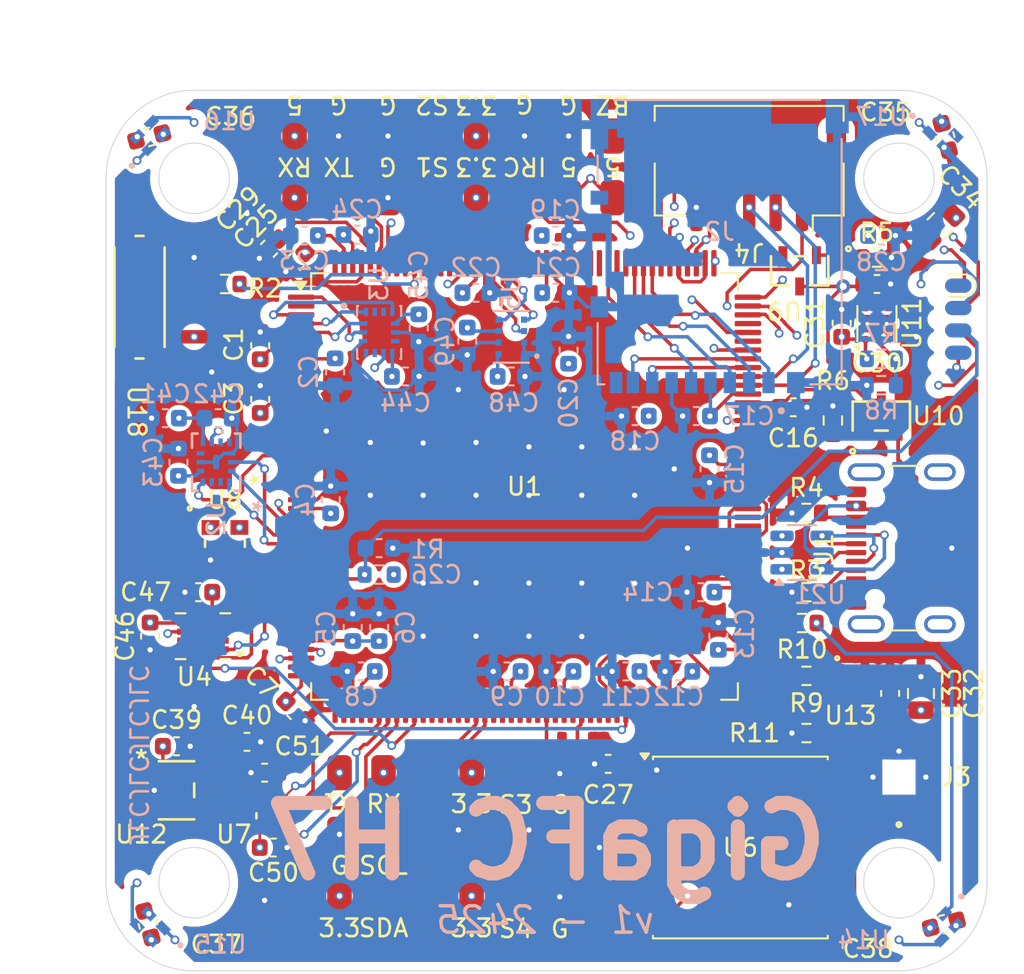
<source format=kicad_pcb>
(kicad_pcb (version 20241229) (generator "pcbnew") (generator_version "9.0")
  (layers (0 "F.Cu" signal) (4 "In1.Cu" signal) (6 "In2.Cu" signal) (8 "In3.Cu" signal) (10 "In4.Cu" signal) (2 "B.Cu" signal) (13 "F.Paste" user) (15 "B.Paste" user) (5 "F.SilkS" user "F.Silkscreen") (7 "B.SilkS" user "B.Silkscreen") (1 "F.Mask" user) (3 "B.Mask" user) (25 "Edge.Cuts" user))
  (net 0 "")
  (net 1 "GND")
  (net 3 "Net-(J1-DP1)")
  (net 4 "Net-(J1-DN1)")
  (net 5 "Net-(J1-CC2)")
  (net 7 "Net-(J1-CC1)")
  (net 8 "/SD_CLK")
  (net 9 "/SD_DAT1")
  (net 10 "+3.3V")
  (net 11 "/SD_CMD")
  (net 12 "/SD_DAT2")
  (net 13 "/SD_DAT0")
  (net 15 "/SD_DAT3")
  (net 17 "GPS_UART_MOSI")
  (net 18 "GPS_UART_MISO")
  (net 19 "/USB_VBUS")
  (net 20 "+5V")
  (net 21 "FSYNC")
  (net 22 "IMU3_MOSI")
  (net 23 "IMU3_SCL")
  (net 24 "IMU3_MISO")
  (net 25 "IMU3_INT")
  (net 27 "IMU1_INT")
  (net 28 "IMU1_MISO")
  (net 29 "IMU1_SCL")
  (net 30 "IMU1_MOSI")
  (net 31 "IMU2_SCL")
  (net 32 "IMU2_MISO")
  (net 33 "IMU2_MOSI")
  (net 34 "IMU2_INT")
  (net 35 "BARO_MISO")
  (net 36 "BARO_SCL")
  (net 37 "BARO_MOSI")
  (net 38 "MAG_MISO")
  (net 39 "MAG_INT")
  (net 40 "MAG_MOSI")
  (net 41 "MAG_SCL")
  (net 42 "/USB_DN")
  (net 43 "/ESC_USART_MISO")
  (net 44 "/ESC_USART_DE")
  (net 46 "/ESC_USART_MOSI")
  (net 48 "Net-(U14-DIN)")
  (net 49 "/USB_DP")
  (net 51 "/EXT_VTX_IRC")
  (net 52 "/EXT_PWM_S2")
  (net 53 "/EXT_PWM_S1")
  (net 54 "/Sensors/RF_IN")
  (net 55 "/EXT_UART_MOSI")
  (net 56 "/EXT_UART_MISO")
  (net 57 "/EXT_I2C_SCL")
  (net 58 "/EXT_I2C_SDA")
  (net 59 "/EXT_PWM_S4")
  (net 60 "/EXT_PWM_S3")
  (net 61 "/EXT_PWM_BZ")
  (net 62 "/ESC_5V")
  (net 64 "/LEDC_PWM")
  (net 65 "/LEDB_PWM")
  (net 66 "/ELRS_UART_RX")
  (net 67 "/ELRS_UART_TX")
  (net 70 "/SWO")
  (net 71 "/NRST")
  (net 72 "/SWCLK")
  (net 73 "/SDWIO")
  (net 74 "+1V8")
  (net 75 "Net-(C27-Pad2)")
  (net 76 "Net-(C28-Pad2)")
  (net 77 "Net-(C29-Pad2)")
  (net 78 "Net-(U1-BOOT0)")
  (net 79 "Net-(R2-Pad1)")
  (net 80 "Net-(U9-G)")
  (net 82 "Net-(U10-G)")
  (net 83 "Net-(U11-SNS)")
  (net 84 "Net-(U13-DIN)")
  (net 85 "Net-(U6-~{SAFEBOOT})")
  (net 112 "Net-(U1-VCAPDSI)")
  (net 130 "Net-(U1-PH0)")
  (net 177 "Net-(U14-DOUT)")
  (net 178 "Net-(U15-DOUT)")
  (net 179 "Net-(U16-DOUT)")
  (footprint "Snapeda:PCM12SMTR_CNK" (layer "F.Cu") (at 151.9 61.749999)
    (property "Reference" "U18")
    (property "Value" "PCM12SMTR")
  )
  (footprint "Capacitor_SMD:C_0603_1608Metric" (layer "F.Cu") (at 160.75 59.75 45)
    (property "Reference" "C25")
    (property "Value" "100nF")
  )
  (footprint "WirePad:WirePad_1x01_SMD_1.4x2mm" (layer "F.Cu") (at 163.25 88.75)
    (property "Reference" "J17" (hide yes))
    (property "Value" "Conn_01x01")
  )
  (footprint "Resistor_SMD:R_0603_1608Metric" (layer "F.Cu") (at 189.75 86.5)
    (property "Reference" "R11")
    (property "Value" "0R")
  )
  (footprint "Snapeda:SOT-23_DIO" (layer "F.Cu") (at 194 68.5)
    (property "Reference" "U10")
    (property "Value" "DMP2045U-7")
  )
  (footprint "WirePad:WirePad_1x01_SMD_1.4x2mm" (layer "F.Cu") (at 171 56.1)
    (property "Reference" "J11" (hide yes))
    (property "Value" "Conn_01x01")
  )
  (footprint "WirePad:WirePad_1x01_SMD_1.4x2mm" (layer "F.Cu") (at 163.25 92.25)
    (property "Reference" "J19" (hide yes))
    (property "Value" "Conn_01x01")
  )
  (footprint "Capacitor_SMD:C_0603_1608Metric" (layer "F.Cu") (at 197.625 52.65 105)
    (property "Reference" "C35")
    (property "Value" "100nF")
  )
  (footprint "Snapeda:CONMHF1-SMD-G-T_LINX_CONMHF1-SMD-G-T" (layer "F.Cu") (at 195 89 180)
    (property "Reference" "J3")
    (property "Value" "CONMHF1-SMD-G-T")
  )
  (footprint "WirePad:WirePad_1x01_SMD_1.4x2mm" (layer "F.Cu") (at 173.75 56.1)
    (property "Reference" "J7" (hide yes))
    (property "Value" "Conn_01x01")
  )
  (footprint "Capacitor_SMD:C_0603_1608Metric" (layer "F.Cu") (at 178.5 88.25)
    (property "Reference" "C27")
    (property "Value" "2.2uF")
  )
  (footprint "Resistor_SMD:R_0603_1608Metric" (layer "F.Cu") (at 189.5 80.25)
    (property "Reference" "R10")
    (property "Value" "470R")
  )
  (footprint "Package_QFP:LQFP-176_24x24mm_P0.5mm" (layer "F.Cu") (at 173.75 72.5)
    (property "Reference" "U1")
    (property "Value" "STM32H757IITx")
  )
  (footprint "WirePad:WirePad_1x01_SMD_1.4x2mm" (layer "F.Cu") (at 160.7 56.1)
    (property "Reference" "J32" (hide yes))
    (property "Value" "Conn_01x01")
  )
  (footprint "Connector_JST:JST_ZH_S5B-ZR-SM4A-TF_1x05-1MP_P1.50mm_Horizontal" (layer "F.Cu") (at 186.5 55 180)
    (property "Reference" "J4")
    (property "Value" "Conn_01x05")
  )
  (footprint "WirePad:WirePad_1x01_SMD_1.4x2mm" (layer "F.Cu") (at 176.25 56.1)
    (property "Reference" "J6" (hide yes))
    (property "Value" "Conn_01x01")
  )
  (footprint "Resistor_SMD:R_0603_1608Metric" (layer "F.Cu") (at 189.75 78.5)
    (property "Reference" "R3")
    (property "Value" "5.1kR")
  )
  (footprint "WirePad:WirePad_1x01_SMD_1.4x2mm" (layer "F.Cu") (at 168.5 56.1)
    (property "Reference" "J12" (hide yes))
    (property "Value" "Conn_01x01")
  )
  (footprint "WirePad:WirePad_1x01_SMD_1.4x2mm" (layer "F.Cu") (at 173.25 95.8)
    (property "Reference" "J27" (hide yes))
    (property "Value" "Conn_01x01")
  )
  (footprint "WirePad:WirePad_1x01_SMD_1.4x2mm" (layer "F.Cu") (at 163.2 52.6 180)
    (property "Reference" "J30" (hide yes))
    (property "Value" "Conn_01x01")
  )
  (footprint "WirePad:WirePad_1x01_SMD_1.4x2mm" (layer "F.Cu") (at 165.75 95.75)
    (property "Reference" "J22" (hide yes))
    (property "Value" "Conn_01x01")
  )
  (footprint "Snapeda:4492_ADA" (layer "F.Cu") (at 192.5 83.75)
    (property "Reference" "U13")
    (property "Value" "4492")
  )
  (footprint "WirePad:WirePad_1x01_SMD_1.4x2mm" (layer "F.Cu") (at 171 52.6)
    (property "Reference" "J14" (hide yes))
    (property "Value" "Conn_01x01")
  )
  (footprint "Capacitor_SMD:C_0603_1608Metric" (layer "F.Cu") (at 189 68 180)
    (property "Reference" "C16")
    (property "Value" "100nF")
  )
  (footprint "Capacitor_SMD:C_0603_1608Metric" (layer "F.Cu") (at 193.75 61 180)
    (property "Reference" "C30")
    (property "Value" "1uF")
  )
  (footprint "WirePad:WirePad_1x01_SMD_1.4x2mm" (layer "F.Cu") (at 166 52.6)
    (property "Reference" "J16" (hide yes))
    (property "Value" "Conn_01x01")
  )
  (footprint "RF_GPS:ublox_MAX" (layer "F.Cu") (at 186 93)
    (property "Reference" "U6")
    (property "Value" "MAX-M10S")
  )
  (footprint "WirePad:WirePad_1x01_SMD_1.4x2mm" (layer "F.Cu") (at 178.75 56.1)
    (property "Reference" "J5" (hide yes))
    (property "Value" "Conn_01x01")
  )
  (footprint "WirePad:USB_C_Receptacle_GCT_USB4105-xx-A_16P_TopMnt_Horizontal_NOB" (layer "F.Cu") (at 196.25 76 90)
    (property "Reference" "J1")
    (property "Value" "USB4105-GF-A-120")
  )
  (footprint "Snapeda:ECS-TXO-2520-33-240-AN-TR_ECS" (layer "F.Cu") (at 156.75 75.75)
    (property "Reference" "U8")
    (property "Value" "ECS-TXO-2520-33-240-AN-TR")
  )
  (footprint "WirePad:WirePad_1x01_SMD_1.4x2mm" (layer "F.Cu") (at 168.5 52.6)
    (property "Reference" "J15" (hide yes))
    (property "Value" "Conn_01x01")
  )
  (footprint "WirePad:WirePad_1x01_SMD_1.4x2mm" (layer "F.Cu") (at 176.25 52.6)
    (property "Reference" "J9" (hide yes))
    (property "Value" "Conn_01x01")
  )
  (footprint "WirePad:WirePad_1x01_SMD_1.4x2mm" (layer "F.Cu") (at 173.75 52.6)
    (property "Reference" "J10" (hide yes))
    (property "Value" "Conn_01x01")
  )
  (footprint "Capacitor_SMD:C_0603_1608Metric" (layer "F.Cu") (at 191.75 63.225 -90)
    (property "Reference" "C31")
    (property "Value" "4.7uF")
  )
  (footprint "Capacitor_SMD:C_0603_1608Metric" (layer "F.Cu") (at 158.75 64.5 -90)
    (property "Reference" "C1")
    (property "Value" "100nF")
  )
  (footprint "Resistor_SMD:R_0603_1608Metric" (layer "F.Cu") (at 156.75 61)
    (property "Reference" "R2")
    (property "Value" "10kR")
  )
  (footprint "Snapeda:SOT23_DBV_TEX" (layer "F.Cu") (at 154 89.75)
    (property "Reference" "U12")
    (property "Value" "TPS7A0218DBVR")
  )
  (footprint "Package_SON:WSON-6-1EP_2x2mm_P0.65mm_EP1x1.6mm_ThermalVias" (layer "F.Cu") (at 193.75 63.25 90)
    (property "Reference" "U11")
    (property "Value" "TLV76733DRVx")
  )
  (footprint "Capacitor_SMD:C_0603_1608Metric" (layer "F.Cu") (at 155.25 78.5)
    (property "Reference" "C47")
    (property "Value" "100nF")
  )
  (footprint "Capacitor_SMD:C_0603_1608Metric" (layer "F.Cu") (at 160.75 85.25 135)
    (property "Reference" "C7")
    (property "Value" "100nF")
  )
  (footprint "Capacitor_SMD:C_0805_2012Metric" (layer "F.Cu") (at 196.25 84.25 -90)
    (property "Reference" "C32")
    (property "Value" "100uF")
  )
  (footprint "Snapeda:LSM6DSOXTR_PQFN50P250X300X86-14N" (layer "F.Cu") (at 155.5 81 180)
    (property "Reference" "U4")
    (property "Value" "LSM6DSOXTR")
  )
  (footprint "WirePad:WirePad_1x01_SMD_1.4x2mm" (layer "F.Cu") (at 163.2 56.1)
    (property "Reference" "J33" (hide yes))
    (property "Value" "Conn_01x01")
  )
  (footprint "Resistor_SMD:R_0603_1608Metric" (layer "F.Cu") (at 189.75 83.25)
    (property "Reference" "R9")
    (property "Value" "470R")
  )
  (footprint "Capacitor_SMD:C_0805_2012Metric" (layer "F.Cu") (at 197.328249 57.671751 45)
    (property "Reference" "C34")
    (property "Value" "100uF")
  )
  (footprint "Capacitor_SMD:C_0603_1608Metric" (layer "F.Cu") (at 152.5 81 90)
    (property "Reference" "C46")
    (property "Value" "100nF")
  )
  (footprint "Capacitor_SMD:C_0603_1608Metric" (layer "F.Cu") (at 159.5 93 180)
    (property "Reference" "C50")
    (property "Value" "100nF")
  )
  (footprint "WirePad:WirePad_1x01_SMD_1.4x2mm" (layer "F.Cu") (at 165.75 88.75)
    (property "Reference" "J18" (hide yes))
    (property "Value" "Conn_01x01")
  )
  (footprint "WirePad:WirePad_1x01_SMD_1.4x2mm" (layer "F.Cu") (at 175.75 95.8)
    (property "Reference" "J28" (hide yes))
    (property "Value" "Conn_01x01")
  )
  (footprint "WirePad:WirePad_1x01_SMD_1.4x2mm" (layer "F.Cu") (at 175.75 88.8)
    (property "Reference" "J25" (hide yes))
    (property "Value" "Conn_01x01")
  )
  (footprint "WirePad:WirePad_1x01_SMD_1.4x2mm" (layer "F.Cu") (at 160.7 52.6 180)
    (property "Reference" "J31" (hide yes))
    (property "Value" "Conn_01x01")
  )
  (footprint "Snapeda:LGA11_1p6x1p6x0p58_AKM" (layer "F.Cu") (at 159.5 91 -90)
    (property "Reference" "U7")
    (property "Value" "AK09940A")
  )
  (footprint "WirePad:WirePad_1x01_SMD_1.4x2mm" (layer "F.Cu") (at 170.75 88.75)
    (property "Reference" "J23" (hide yes))
    (property "Value" "Conn_01x01")
  )
  (footprint "Capacitor_SMD:C_0603_1608Metric" (layer "F.Cu") (at 194.5 84.25 -90)
    (property "Reference" "C33")
    (property "Value" "100nF")
  )
  (footprint "WirePad:WirePad_1x01_SMD_1.4x2mm" (layer "F.Cu") (at 178.75 52.6)
    (property "Reference" "J8" (hide yes))
    (property "Value" "Conn_01x01")
  )
  (footprint "WirePad:WirePad_1x01_SMD_1.4x2mm" (layer "F.Cu") (at 163.25 95.75)
    (property "Reference" "J21" (hide yes))
    (property "Value" "Conn_01x01")
  )
  (footprint "Resistor_SMD:R_0603_1608Metric" (layer "F.Cu") (at 193.75 59.5)
    (property "Reference" "R5")
    (property "Value" "100kR")
  )
  (footprint "WirePad:WirePad_1x01_SMD_1.4x2mm" (layer "F.Cu") (at 173.25 88.8)
    (property "Reference" "J24" (hide yes))
    (property "Value" "Conn_01x01")
  )
  (footprint "WirePad:WirePad_1x01_SMD_1.4x2mm" (layer "F.Cu") (at 170.75 95.75)
    (property "Reference" "J26" (hide yes))
    (property "Value" "Conn_01x01")
  )
  (footprint "WirePad:WirePad_1x01_SMD_1.4x2mm" (layer "F.Cu") (at 165.75 92.25)
    (property "Reference" "J20" (hide yes))
    (property "Value" "Conn_01x01")
  )
  (footprint "Resistor_SMD:R_0603_1608Metric" (layer "F.Cu") (at 189.75 74)
    (property "Reference" "R4")
    (property "Value" "5.1kR")
  )
  (footprint "Capacitor_SMD:C_0603_1608Metric" (layer "F.Cu") (at 197.55 97.35 15)
    (property "Reference" "C38")
    (property "Value" "100nF")
  )
  (footprint "Snapeda:SOT-23_DIO" (layer "F.Cu") (at 189.365 60.25 180)
    (property "Reference" "U9")
    (property "Value" "DMP2045U-7")
  )
  (footprint "Capacitor_SMD:C_0603_1608Metric" (layer "F.Cu") (at 159 88.75)
    (property "Reference" "C51")
    (property "Value" "100nF")
  )
  (footprint "Capacitor_SMD:C_0603_1608Metric" (layer "F.Cu") (at 154 87.25 180)
    (property "Reference" "C39")
    (property "Value" "1uF")
  )
  (footprint "Capacitor_SMD:C_0603_1608Metric" (layer "F.Cu") (at 158.75 67.55 -90)
    (property "Reference" "C3")
    (property "Value" "100nF")
  )
  (footprint "SOICbite:SOIC_clipProgSmall" (layer "F.Cu") (at 199.1185 63 90)
    (property "Reference" "J34" (hide yes))
    (property "Value" "Conn_01x08")
  )
  (footprint "Capacitor_SMD:C_0603_1608Metric" (layer "F.Cu") (at 152.45 52.65 -165)
    (property "Reference" "C36")
    (property "Value" "100nF")
  )
  (footprint "Capacitor_SMD:C_0603_1608Metric" (layer "F.Cu") (at 159.25 59 45)
    (property "Reference" "C29")
    (property "Value" "2.2uF")
  )
  (footprint "Capacitor_SMD:C_0603_1608Metric" (layer "F.Cu") (at 158 87 180)
    (property "Reference" "C40")
    (property "Value" "1uF")
  )
  (footprint "Resistor_SMD:R_0603_1608Metric" (layer "F.Cu") (at 191.25 68.75 90)
    (property "Reference" "R6")
    (property "Value" "100kR")
  )
  (footprint "Capacitor_SMD:C_0603_1608Metric" (layer "F.Cu") (at 152.375 97.35 105)
    (property "Reference" "C37")
    (property "Value" "100nF")
  )
  (footprint "WirePad:WirePad_1x01_SMD_1.4x2mm" (layer "F.Cu") (at 166 56.1)
    (property "Reference" "J13" (hide yes))
    (property "Value" "Conn_01x01")
  )
  (footprint "Capacitor_SMD:C_0603_1608Metric" (layer "B.Cu") (at 154.111 71.1197 -90)
    (property "Reference" "C43")
    (property "Value" "10nF")
  )
  (footprint "Capacitor_SMD:C_0603_1608Metric" (layer "B.Cu") (at 180.025 68.5)
    (property "Reference" "C18")
    (property "Value" "100nF")
  )
  (footprint "Resistor_SMD:R_0603_1608Metric" (layer "B.Cu") (at 165.5 77.5 180)
    (property "Reference" "R1")
    (property "Value" "10kR")
  )
  (footprint "Capacitor_SMD:C_0603_1608Metric" (layer "B.Cu") (at 165.5 80.5 -90)
    (property "Reference" "C6")
    (property "Value" "1uF")
  )
  (footprint "Capacitor_SMD:C_0603_1608Metric" (layer "B.Cu") (at 171 61.5 180)
    (property "Reference" "C22")
    (property "Value" "100nF")
  )
  (footprint "Capacitor_SMD:C_0603_1608Metric" (layer "B.Cu") (at 175.525 61.5 180)
    (property "Reference" "C21")
    (property "Value" "100nF")
  )
  (footprint "Snapeda:ICM-45686_IC_ICM-45686" (layer "B.Cu") (at 165.5 63.75 -90)
    (property "Reference" "U3")
    (property "Value" "ICM-45686")
  )
  (footprint "Resistor_SMD:R_0603_1608Metric" (layer "B.Cu") (at 194 65.25 180)
    (property "Reference" "R7")
    (property "Value" "500kR")
  )
  (footprint "Snapeda:4492_ADA" (layer "B.Cu") (at 152.509517 52.568731 45)
    (property "Reference" "U16")
    (property "Value" "4492")
  )
  (footprint "Capacitor_SMD:C_0603_1608Metric" (layer "B.Cu") (at 182.5 83)
    (property "Reference" "C12")
    (property "Value" "100nF")
  )
  (footprint "Capacitor_SMD:C_0603_1608Metric" (layer "B.Cu") (at 183.75 78.5)
    (property "Reference" "C14")
    (property "Value" "100nF")
  )
  (footprint "Capacitor_SMD:C_0603_1608Metric" (layer "B.Cu") (at 184.75 81 -90)
    (property "Reference" "C13")
    (property "Value" "100nF")
  )
  (footprint "Capacitor_SMD:C_0603_1608Metric" (layer "B.Cu") (at 161.25 58.25)
    (property "Reference" "C23")
    (property "Value" "100nF")
  )
  (footprint "Capacitor_SMD:C_0603_1608Metric" (layer "B.Cu") (at 176.25 64.75 -90)
    (property "Reference" "C20")
    (property "Value" "100nF")
  )
  (footprint "Capacitor_SMD:C_0603_1608Metric" (layer "B.Cu") (at 175.75 83)
    (property "Reference" "C10")
    (property "Value" "100nF")
  )
  (footprint "Resistor_SMD:R_0603_1608Metric" (layer "B.Cu") (at 194 66.75)
    (property "Reference" "R8")
    (property "Value" "160kR")
  )
  (footprint "Capacitor_SMD:C_0603_1608Metric" (layer "B.Cu") (at 184.25 71.5 90)
    (property "Reference" "C15")
    (property "Value" "100nF")
  )
  (footprint "Snapeda:DPS368XTSA1_XDCR_DPS368XTSA1" (layer "B.Cu") (at 173 64)
    (property "Reference" "U5")
    (property "Value" "DPS368XTSA1")
  )
  (footprint "Capacitor_SMD:C_0603_1608Metric" (layer "B.Cu") (at 167.75 63.5 90)
    (property "Reference" "C45")
    (property "Value" "100nF")
  )
  (footprint "Capacitor_SMD:C_0603_1608Metric" (layer "B.Cu") (at 165.5 76)
    (property "Reference" "C26")
    (property "Value" "100nF")
  )
  (footprint "Capacitor_SMD:C_0603_1608Metric" (layer "B.Cu") (at 153.361 68.6197)
    (property "Reference" "C41")
    (property "Value" "2.2uF")
  )
  (footprint "Snapeda:DM3AT-SF-PEJM5_HRS_DM3AT-SF-PEJM5" (layer "B.Cu") (at 184.825 58.625)
    (property "Reference" "J2")
    (property "Value" "DM3AT-SF-PEJM5")
  )
  (footprint "Snapeda:4492_ADA" (layer "B.Cu") (at 197.490483 52.5 -45)
    (property "Reference" "U17")
    (property "Value" "4492")
  )
  (footprint "Capacitor_SMD:C_0603_1608Metric" (layer "B.Cu") (at 173 66.25 180)
    (property "Reference" "C48")
    (property "Value" "100nF")
  )
  (footprint "Capacitor_SMD:C_0603_1608Metric" (layer "B.Cu") (at 164.25 58.2 180)
    (property "Reference" "C24")
    (property "Value" "4.7uF")
  )
  (footprint "Capacitor_SMD:C_0603_1608Metric" (layer "B.Cu") (at 183.5 68.5)
    (property "Reference" "C17")
    (property "Value" "100nF")
  )
  (footprint "Capacitor_SMD:C_0603_1608Metric" (layer "B.Cu") (at 179.5 83)
    (property "Reference" "C11")
    (property "Value" "4.7uF")
  )
  (footprint "Capacitor_SMD:C_0603_1608Metric" (layer "B.Cu") (at 172.75 83)
    (property "Reference" "C9")
    (property "Value" "100nF")
  )
  (footprint "Capacitor_SMD:C_0603_1608Metric" (layer "B.Cu") (at 175.5 58.25 180)
    (property "Reference" "C19")
    (property "Value" "4.7uF")
  )
  (footprint "Capacitor_SMD:C_0603_1608Metric" (layer "B.Cu") (at 156.361 68.6197 180)
    (property "Reference" "C42")
    (property "Value" "100nF")
  )
  (footprint "Capacitor_SMD:C_0603_1608Metric" (layer "B.Cu") (at 162.75 73.25 -90)
    (property "Reference" "C4")
    (property "Value" "100nF")
  )
  (footprint "Capacitor_SMD:C_0603_1608Metric" (layer "B.Cu") (at 167 66.25 180)
    (property "Reference" "C44")
    (property "Value" "100nF")
  )
  (footprint "Capacitor_SMD:C_0603_1608Metric" (layer "B.Cu") (at 164 80.5 -90)
    (property "Reference" "C5")
    (property "Value" "100nF")
  )
  (footprint "Capacitor_SMD:C_0603_1608Metric" (layer "B.Cu") (at 163 66 90)
    (property "Reference" "C2")
    (property "Value" "100nF")
  )
  (footprint "Capacitor_SMD:C_0603_1608Metric" (layer "B.Cu") (at 164.475 83)
    (property "Reference" "C8")
    (property "Value" "100nF")
  )
  (footprint "Snapeda:LGA14_2P5X3X0P91_TDK" (layer "B.Cu") (at 156.25 71.1197 90)
    (property "Reference" "U2")
    (property "Value" "ICM-42688-P")
  )
  (footprint "Capacitor_SMD:C_0603_1608Metric" (layer "B.Cu") (at 170.5 64.25 90)
    (property "Reference" "C49")
    (property "Value" "100nF")
  )
  (footprint "Snapeda:4492_ADA" (layer "B.Cu") (at 197.5 97.5 -135)
    (property "Reference" "U14")
    (property "Value" "4492")
  )
  (footprint "Snapeda:4492_ADA" (layer "B.Cu") (at 152.5 97.5 135)
    (property "Reference" "U15")
    (property "Value" "4492")
  )
  (footprint "Package_TO_SOT_SMD:SOT-23-6" (layer "B.Cu") (at 189.5 76.25)
    (property "Reference" "U21")
    (property "Value" "USBLC6-2SC6")
  )
  (footprint "Capacitor_SMD:C_0603_1608Metric" (layer "B.Cu") (at 194.025 58.25 180)
    (property "Reference" "C28")
    (property "Value" "2.2uF")
  )
  (gr_arc (start 195 50) (mid 198.535534 51.464466) (end 200 55) (stroke (width 0.05)) (layer "Edge.Cuts"))
  (gr_line (start 200 95) (end 200 55) (stroke (width 0.05)) (layer "Edge.Cuts"))
  (gr_circle (center 195 95) (end 197 95) (stroke (width 0.05)) (fill no) (layer "Edge.Cuts"))
  (gr_arc (start 150 55) (mid 151.464466 51.464466) (end 155 50) (stroke (width 0.05)) (layer "Edge.Cuts"))
  (gr_arc (start 155 100) (mid 151.464466 98.535534) (end 150 95) (stroke (width 0.05)) (layer "Edge.Cuts"))
  (gr_line (start 155 100) (end 195 100) (stroke (width 0.05)) (layer "Edge.Cuts"))
  (gr_line (start 155 50) (end 195 50) (stroke (width 0.05)) (layer "Edge.Cuts"))
  (gr_circle (center 155 55) (end 157 55) (stroke (width 0.05)) (fill no) (layer "Edge.Cuts"))
  (gr_circle (center 155 95) (end 157 95) (stroke (width 0.05)) (fill no) (layer "Edge.Cuts"))
  (gr_arc (start 200 95) (mid 198.535534 98.535534) (end 195 100) (stroke (width 0.05)) (layer "Edge.Cuts"))
  (gr_circle (center 195 55) (end 197 55) (stroke (width 0.05)) (fill no) (layer "Edge.Cuts"))
  (gr_line (start 150 55) (end 150 95) (stroke (width 0.05)) (layer "Edge.Cuts"))
  (gr_text "3.3" (at 171 53.74 180) (layer "F.SilkS") (effects (font (size 1 1)) (justify bottom)))
  (gr_text "RX" (at 165.75 91.11 0) (layer "F.SilkS") (effects (font (size 1 1)) (justify bottom)))
  (gr_text "S1" (at 168.5 53.74 180) (layer "F.SilkS") (effects (font (size 1 1)) (justify bottom)))
  (gr_text "5" (at 178.75 53.74 180) (layer "F.SilkS") (effects (font (size 1 1)) (justify bottom)))
  (gr_text "TX" (at 163.25 91.11 0) (layer "F.SilkS") (effects (font (size 1 1)) (justify bottom)))
  (gr_text "3.3" (at 163.25 98.16 0) (layer "F.SilkS") (effects (font (size 1 1)) (justify bottom)))
  (gr_text "S4" (at 173.25 98.21 0) (layer "F.SilkS") (effects (font (size 1 1)) (justify bottom)))
  (gr_text "G" (at 163.25 94.61 0) (layer "F.SilkS") (effects (font (size 1 1)) (justify bottom)))
  (gr_text "IRC" (at 173.75 53.74 180) (layer "F.SilkS") (effects (font (size 1 1)) (justify bottom)))
  (gr_text "G" (at 166 53.74 180) (layer "F.SilkS") (effects (font (size 1 1)) (justify bottom)))
  (gr_text "5" (at 176.25 53.74 180) (layer "F.SilkS") (effects (font (size 1 1)) (justify bottom)))
  (gr_text "G" (at 175.75 98.21 0) (layer "F.SilkS") (effects (font (size 1 1)) (justify bottom)))
  (gr_text "SDA" (at 165.75 98.16 0) (layer "F.SilkS") (effects (font (size 1 1)) (justify bottom)))
  (gr_text "TX" (at 163.2 53.74 180) (layer "F.SilkS") (effects (font (size 1 1)) (justify bottom)))
  (gr_text "S3" (at 173.25 91.16 0) (layer "F.SilkS") (effects (font (size 1 1)) (justify bottom)))
  (gr_text "3.3" (at 171 50.24 180) (layer "F.SilkS") (effects (font (size 1 1)) (justify bottom)))
  (gr_text "G" (at 166 50.24 180) (layer "F.SilkS") (effects (font (size 1 1)) (justify bottom)))
  (gr_text "5" (at 160.7 50.24 180) (layer "F.SilkS") (effects (font (size 1 1)) (justify bottom)))
  (gr_text "BZ" (at 178.75 50.24 180) (layer "F.SilkS") (effects (font (size 1 1)) (justify bottom)))
  (gr_text "G" (at 175.75 91.16 0) (layer "F.SilkS") (effects (font (size 1 1)) (justify bottom)))
  (gr_text "G" (at 163.2 50.24 180) (layer "F.SilkS") (effects (font (size 1 1)) (justify bottom)))
  (gr_text "SCL" (at 165.75 94.61 0) (layer "F.SilkS") (effects (font (size 1 1)) (justify bottom)))
  (gr_text "3.3" (at 170.75 91.11 0) (layer "F.SilkS") (effects (font (size 1 1)) (justify bottom)))
  (gr_text "G" (at 176.25 50.24 180) (layer "F.SilkS") (effects (font (size 1 1)) (justify bottom)))
  (gr_text "S2" (at 168.5 50.24 180) (layer "F.SilkS") (effects (font (size 1 1)) (justify bottom)))
  (gr_text "G" (at 173.75 50.19 180) (layer "F.SilkS") (effects (font (size 1 1)) (justify bottom)))
  (gr_text "3.3" (at 170.75 98.16 0) (layer "F.SilkS") (effects (font (size 1 1)) (justify bottom)))
  (gr_text "RX" (at 160.7 53.74 180) (layer "F.SilkS") (effects (font (size 1 1)) (justify bottom)))
  (gr_text "v1 - 2425" (at 175 98 0) (layer "B.SilkS") (effects (font (size 1.5 1.5) (thickness 0.2) (italic yes)) (justify bottom mirror)))
  (gr_text "JLCJLCJLCJLC" (at 151.25 93 270) (layer "B.SilkS") (effects (font (size 1 1)) (justify left bottom mirror)))
  (gr_text "GigaFC H7" (at 175 95 0) (layer "B.SilkS") (effects (font (size 4 4) (thickness 0.8) (bold yes)) (justify bottom mirror)))
  (segment (start 161.075 73.25) (end 161.975 73.25) (width 0.2) (layer "F.Cu") (net 1))
  (segment (start 161.075 69.75) (end 162.1 69.75) (width 0.2) (layer "F.Cu") (net 1))
  (segment (start 183.725 77.75) (end 182.975 78.5) (width 0.2) (layer "F.Cu") (net 1))
  (segment (start 161.075 64.25) (end 159.275 64.25) (width 0.2) (layer "F.Cu") (net 1))
  (segment (start 193.75 63.25) (end 193.75 62.3625) (width 0.2) (layer "F.Cu") (net 1))
  (segment (start 189.701 79.276) (end 188.925 78.5) (width 0.2) (layer "F.Cu") (net 1))
  (segment (start 181 85.175) (end 181 84.391176) (width 0.2) (layer "F.Cu") (net 1))
  (segment (start 185.225 73.25) (end 184.25 72.275) (width 0.2) (layer "F.Cu") (net 1))
  (segment (start 175.5 59.825) (end 175.5 60.7) (width 0.2) (layer "F.Cu") (net 1))
  (segment (start 164.232824 60.876) (end 164.5 60.608824) (width 0.2) (layer "F.Cu") (net 1))
  (segment (start 184.75 80.358824) (end 184.75 80.225) (width 0.2) (layer "F.Cu") (net 1))
  (segment (start 182 85.175) (end 182 83.275) (width 0.2) (layer "F.Cu") (net 1))
  (segment (start 186.425 75.25) (end 187.208824 75.25) (width 0.2) (layer "F.Cu") (net 1))
  (segment (start 163.475 80.25) (end 164 79.725) (width 0.2) (layer "F.Cu") (net 1))
  (segment (start 194.4 63.9) (end 193.75 63.25) (width 0.2) (layer "F.Cu") (net 1))
  (segment (start 155.5 80.09) (end 155.5 80.672) (width 0.2) (layer "F.Cu") (net 1))
  (segment (start 155 82.04) (end 154.814 82.226) (width 0.2) (layer "F.Cu") (net 1))
  (segment (start 184.775 71.75) (end 184.25 72.275) (width 0.2) (layer "F.Cu") (net 1))
  (segment (start 171.5 59.825) (end 171.5 61.225) (width 0.2) (layer "F.Cu") (net 1))
  (segment (start 155 79.025) (end 155.5 79.525) (width 0.2) (layer "F.Cu") (net 1))
  (segment (start 187.24989 68.25) (end 187.77589 68.776) (width 0.2) (layer "F.Cu") (net 1))
  (segment (start 162.4 69.25) (end 161.075 69.25) (width 0.2) (layer "F.Cu") (net 1))
  (segment (start 161.075 80.25) (end 163.475 80.25) (width 0.2) (layer "F.Cu") (net 1))
  (segment (start 187.208824 75.25) (end 187.476 74.982824) (width 0.2) (layer "F.Cu") (net 1))
  (segment (start 161.921016 85.175) (end 161.298008 85.798008) (width 0.2) (layer "F.Cu") (net 1))
  (segment (start 175.5 83.525) (end 174.975 83) (width 0.2) (layer "F.Cu") (net 1))
  (segment (start 155.078 81.25) (end 155 81.328) (width 0.2) (layer "F.Cu") (net 1))
  (segment (start 189.8 95.2) (end 188.75 96.25) (width 0.2) (layer "F.Cu") (net 1))
  (segment (start 160.201992 60.298008) (end 160.779984 60.876) (width 0.2) (layer "F.Cu") (net 1))
  (segment (start 171.5 61.225) (end 171.775 61.5) (width 0.2) (layer "F.Cu") (net 1))
  (segment (start 155.5 80.672) (end 155.578 80.75) (width 0.2) (layer "F.Cu") (net 1))
  (segment (start 164 85.175) (end 164 83.3) (width 0.2) (layer "F.Cu") (net 1))
  (segment (start 182.5 60.608824) (end 182.767176 60.876) (width 0.2) (layer "F.Cu") (net 1))
  (segment (start 198.269416 65.732) (end 198.269416 65.730584) (width 0.2) (layer "F.Cu") (net 1))
  (segment (start 163 85.175) (end 161.921016 85.175) (width 0.2) (layer "F.Cu") (net 1))
  (segment (start 182.5 58.4) (end 182.5 59.825) (width 0.2) (layer "F.Cu") (net 1))
  (segment (start 160.779984 60.876) (end 164.232824 60.876) (width 0.2) (layer "F.Cu") (net 1))
  (segment (start 155 80.09) (end 155 81.328) (width 0.2) (layer "F.Cu") (net 1))
  (segment (start 194.675 83.3) (end 194.5 83.475) (width 0.2) (layer "F.Cu") (net 1))
  (segment (start 160.1 90.8) (end 159.3 90.8) (width 0.15) (layer "F.Cu") (net 1))
  (segment (start 187.77589 68.776) (end 188.999 68.776) (width 0.2) (layer "F.Cu") (net 1))
  (segment (start 159.225 67.25) (end 158.75 66.775) (width 0.2) (layer "F.Cu") (net 1))
  (segment (start 161.075 68.25) (end 161.858824 68.25) (width 0.2) (layer "F.Cu") (net 1))
  (segment (start 175.5 85.175) (end 175.5 83.525) (width 0.2) (layer "F.Cu") (net 1))
  (segment (start 192.57 72.8) (end 190.125 72.8) (width 0.2) (layer "F.Cu") (net 1))
  (segment (start 154.814 82.226) (end 152.951 82.226) (width 0.2) (layer "F.Cu") (net 1))
  (segment (start 187.476 73.517176) (end 187.208824 73.25) (width 0.2) (layer "F.Cu") (net 1))
  (segment (start 189.9 97.4) (end 188.75 96.25) (width 0.2) (layer "F.Cu") (net 1))
  (segment (start 190.75 97.4) (end 189.9 97.4) (width 0.2) (layer "F.Cu") (net 1))
  (segment (start 187.476 74.982824) (end 187.476 73.517176) (width 0.2) (layer "F.Cu") (net 1))
  (segment (start 162.1 69.75) (end 162.5 69.35) (width 0.2) (layer "F.Cu") (net 1))
  (segment (start 158.9 90.8) (end 158.9 90.4) (width 0.15) (layer "F.Cu") (net 1))
  (segment (start 182.5 59.825) (end 182.5 60.608824) (width 0.2) (layer "F.Cu") (net 1))
  (segment (start 161.975 73.25) (end 162.75 72.475) (width 0.2) (layer "F.Cu") (net 1))
  (segment (start 198.269416 65.730584) (end 198.3685 65.6315) (width 0.2) (layer "F.Cu") (net 1))
  (segment (start 186.425 68.25) (end 187.24989 68.25) (width 0.2) (layer "F.Cu") (net 1))
  (segment (start 161.075 68.25) (end 161.124 68.201) (width 0.2) (layer "F.Cu") (net 1))
  (segment (start 194.4 64.1375) (end 194.4 63.9) (width 0.2) (layer "F.Cu") (net 1))
  (segment (start 198.3685 65.6315) (end 198.3685 64.905) (width 0.2) (layer "F.Cu") (net 1))
  (segment (start 152.951 82.226) (end 152.5 81.775) (width 0.2) (layer "F.Cu") (net 1))
  (segment (start 155 81.91) (end 155 82.04) (width 0.2) (layer "F.Cu") (net 1))
  (segment (start 159.3 90.4) (end 158.9 90.4) (width 0.15) (layer "F.Cu") (net 1))
  (segment (start 186.425 73.25) (end 185.225 73.25) (width 0.2) (layer "F.Cu") (net 1))
  (segment (start 195.5 59.5) (end 194.575 59.5) (width 0.2) (layer "F.Cu") (net 1))
  (segment (start 158.225 89.725) (end 158.225 88.75) (width 0.15) (layer "F.Cu") (net 1))
  (segment (start 186.425 77.75) (end 183.725 77.75) (width 0.2) (layer "F.Cu") (net 1))
  (segment (start 186.425 71.75) (end 184.775 71.75) (width 0.2) (layer "F.Cu") (net 1))
  (segment (start 172.5 83.525) (end 171.975 83) (width 0.2) (layer "F.Cu") (net 1))
  (segment (start 158.9 90.4) (end 158.225 89.725) (width 0.15) (layer "F.Cu") (net 1))
  (segment (start 179.849 84.124) (end 178.725 83) (width 0.2) (layer "F.Cu") (net 1))
  (segment (start 161.075 67.25) (end 159.225 67.25) (width 0.2) (layer "F.Cu") (net 1))
  (segment (start 194.3 83.275) (end 194.5 83.475) (width 0.2) (layer "F.Cu") (net 1))
  (segment (start 196.25 83.3) (end 194.675 83.3) (width 0.2) (layer "F.Cu") (net 1))
  (segment (start 161.858824 68.25) (end 162.5 68.891176) (width 0.2) (layer "F.Cu") (net 1))
  (segment (start 182 83.275) (end 181.725 83) (width 0.2) (layer "F.Cu") (net 1))
  (segment (start 155.5 79.525) (end 155.5 80.09) (width 0.2) (layer "F.Cu") (net 1))
  (segment (start 156.66 81.25) (end 155.078 81.25) (width 0.2) (layer "F.Cu") (net 1))
  (segment (start 155 80.09) (end 155 79.025) (width 0.2) (layer "F.Cu") (net 1))
  (segment (start 155 81.328) (end 155 81.91) (width 0.2) (layer "F.Cu") (net 1))
  (segment (start 186.425 81.25) (end 185.641176 81.25) (width 0.2) (layer "F.Cu") (net 1))
  (segment (start 193.072201 83.275) (end 194.3 83.275) (width 0.2) (layer "F.Cu") (net 1))
  (segment (start 190.75 95.2) (end 189.8 95.2) (width 0.2) (layer "F.Cu") (net 1))
  (segment (start 181 84.391176) (end 180.732824 84.124) (width 0.2) (layer "F.Cu") (net 1))
  (segment (start 182.767176 60.876) (end 183.732824 60.876) (width 0.2) (layer "F.Cu") (net 1))
  (segment (start 188.999 68.776) (end 189.775 68) (width 0.2) (layer "F.Cu") (net 1))
  (segment (start 183.732824 60.876) (end 183.976 60.632824) (width 0.2) (layer "F.Cu") (net 1))
  (segment (start 155 79.025) (end 154.475 78.5) (width 0.2) (layer "F.Cu") (net 1))
  (segment (start 185.641176 81.25) (end 184.75 80.358824) (width 0.2) (layer "F.Cu") (net 1))
  (segment (start 155.078 81.25) (end 155.578 80.75) (width 0.2) (layer "F.Cu") (net 1))
  (segment (start 164.5 60.608824) (end 164.5 59.825) (width 0.2) (layer "F.Cu") (net 1))
  (segment (start 183.976 60.632824) (end 183.976 59.825) (width 0.2) (layer "F.Cu") (net 1))
  (segment (start 159.3 90.8) (end 158.9 90.4) (width 0.15) (layer "F.Cu") (net 1))
  (segment (start 175.5 60.7) (end 176.3 61.5) (width 0.2) (layer "F.Cu") (net 1))
  (segment (start 182.55 58.35) (end 182.5 58.4) (width 0.2) (layer "F.Cu") (net 1))
  (segment (start 196.656498 58.343502) (end 195.5 59.5) (width 0.2) (layer "F.Cu") (net 1))
  (segment (start 190.125 72.8) (end 188.925 74) (width 0.2) (layer "F.Cu") (net 1))
  (segment (start 192.57 79.2) (end 192.494 79.276) (width 0.2) (layer "F.Cu") (net 1))
  (segment (start 156.66 80.75) (end 155.578 80.75) (width 0.2) (layer "F.Cu") (net 1))
  (segment (start 164 83.3) (end 163.7 83) (width 0.2) (layer "F.Cu") (net 1))
  (segment (start 172.5 85.175) (end 172.5 83.525) (width 0.2) (layer "F.Cu") (net 1))
  (segment (start 192.494 79.276) (end 189.701 79.276) (width 0.2) (layer "F.Cu") (net 1))
  (segment (start 162.5 69.35) (end 162.4 69.25) (width 0.2) (layer "F.Cu") (net 1))
  (segment (start 159.275 64.25) (end 158.75 63.725) (width 0.2) (layer "F.Cu") (net 1))
  (segment (start 187.208824 73.25) (end 186.425 73.25) (width 0.2) (layer "F.Cu") (net 1))
  (segment (start 162.5 68.891176) (end 162.5 69.35) (width 0.2) (layer "F.Cu") (net 1))
  (segment (start 180.732824 84.124) (end 179.849 84.124) (width 0.2) (layer "F.Cu") (net 1))
  (via (at 171 81) (size 0.5) (drill 0.3) (layers "F.Cu" "B.Cu") (net 1))
  (via (at 176.25 52.6) (size 0.5) (drill 0.3) (layers "F.Cu" "B.Cu") (net 1))
  (via (at 188.925 74) (size 0.5) (drill 0.3) (layers "F.Cu" "B.Cu") (net 1))
  (via (at 180 73) (size 0.5) (drill 0.3) (layers "F.Cu" "B.Cu") (net 1))
  (via (at 158.701992 59.548008) (size 0.5) (drill 0.3) (layers "F.Cu" "B.Cu") (net 1))
  (via (at 161.298008 85.798008) (size 0.5) (drill 0.3) (layers "F.Cu" "B.Cu") (net 1))
  (via (at 155 85) (size 0.5) (drill 0.3) (layers "F.Cu" "B.Cu") (net 1))
  (via (at 196 64) (size 0.5) (drill 0.3) (layers "F.Cu" "B.Cu") (net 1))
  (via (at 153.25 52.5) (size 0.5) (drill 0.3) (layers "F.Cu" "B.Cu") (net 1))
  (via (at 163.2 52.6) (size 0.5) (drill 0.3) (layers "F.Cu" "B.Cu") (net 1))
  (via (at 166 52.6) (size 0.5) (drill 0.3) (layers "F.Cu" "B.Cu") (net 1))
  (via (at 174 73) (size 0.5) (drill 0.3) (layers "F.Cu" "B.Cu") (net 1))
  (via (at 174 77.984398) (size 0.5) (drill 0.3) (layers "F.Cu" "B.Cu") (net 1))
  (via (at 182.725 68.5) (size 0.5) (drill 0.3) (layers "F.Cu" "B.Cu") (net 1))
  (via (at 154.475 78.5) (size 0.5) (drill 0.3) (layers "F.Cu" "B.Cu") (net 1))
  (via (at 175.75 88.8) (size 0.5) (drill 0.3) (layers "F.Cu" "B.Cu") (net 1))
  (via (at 170.5 65.025) (size 0.5) (drill 0.3) (layers "F.Cu" "B.Cu") (net 1))
  (via (at 165 73) (size 0.5) (drill 0.3) (layers "F.Cu" "B.Cu") (net 1))
  (via (at 178.725 83) (size 0.5) (drill 0.3) (layers "F.Cu" "B.Cu") (net 1))
  (via (at 193.175 66.75) (size 0.5) (drill 0.3) (layers "F.Cu" "B.Cu") (net 1))
  (via (at 152.73635 89.75) (size 0.5) (drill 0.3) (layers "F.Cu" "B.Cu") (net 1))
  (via (at 194.525 61) (size 0.5) (drill 0.3) (layers "F.Cu" "B.Cu") (net 1))
  (via (at 168 81) (size 0.5) (drill 0.3) (layers "F.Cu" "B.Cu") (net 1))
  (via (at 152.5 81.775) (size 0.5) (drill 0.3) (layers "F.Cu" "B.Cu") (net 1))
  (via (at 174 81) (size 0.5) (drill 0.3) (layers "F.Cu" "B.Cu") (net 1))
  (via (at 181.725 83) (size 0.5) (drill 0.3) (layers "F.Cu" "B.Cu") (net 1))
  (via (at 188.75 96.25) (size 0.5) (drill 0.3) (layers "F.Cu" "B.Cu") (net 1))
  (via (at 154.111 70.3447) (size 0.5) (drill 0.3) (layers "F.Cu" "B.Cu") (net 1))
  (via (at 177 77.984398) (size 0.5) (drill 0.3) (layers "F.Cu" "B.Cu") (net 1))
  (via (at 175.75 95.8) (size 0.5) (drill 0.3) (layers "F.Cu" "B.Cu") (net 1))
  (via (at 184.75 80.225) (size 0.5) (drill 0.3) (layers "F.Cu" "B.Cu") (net 1))
  (via (at 171.975 83) (size 0.5) (drill 0.3) (layers "F.Cu" "B.Cu") (net 1))
  (via (at 197.559214 53.240483) (size 0.5) (drill 0.3) (layers "F.Cu" "B.Cu") (net 1))
  (via (at 196.25 83.3) (size 0.5) (drill 0.3) (layers "F.Cu" "B.Cu") (net 1))
  (via (at 174 70.25) (size 0.5) (drill 0.3) (layers "F.Cu" "B.Cu") (net 1))
  (via (at 158.775 87) (size 0.5) (drill 0.3) (layers "F.Cu" "B.Cu") (net 1))
  (via (at 177.725 88.25) (size 0.5) (drill 0.3) (layers "F.Cu" "B.Cu") (net 1))
  (via (at 196.525 89) (size 0.5) (drill 0.3) (layers "F.Cu" "B.Cu") (net 1))
  (via (at 171 73) (size 0.5) (drill 0.3) (layers "F.Cu" "B.Cu") (net 1))
  (via (at 181.25 88.6) (size 0.5) (drill 0.3) (layers "F.Cu" "B.Cu") (net 1))
  (via (at 158 57) (size 0.5) (drill 0.3) (layers "F.Cu" "B.Cu") (net 1))
  (via (at 173.75 52.6) (size 0.5) (drill 0.3) (layers "F.Cu" "B.Cu") (net 1))
  (via (at 176 67) (size 0.5) (drill 0.3) (layers "F.Cu" "B.Cu") (net 1))
  (via (at 193.525 89) (size 0.6) (drill 0.3) (layers "F.Cu" "B.Cu") (net 1))
  (via (at 165 70) (size 0.5) (drill 0.3) (layers "F.Cu" "B.Cu") (net 1))
  (via (at 168 70.030867) (size 0.5) (drill 0.3) (layers "F.Cu" "B.Cu") (net 1))
  (via (at 158.75 66.775) (size 0.5) (drill 0.3) (layers "F.Cu" "B.Cu") (net 1))
  (via (at 176.25 63.975) (size 0.5) (drill 0.3) (layers "F.Cu" "B.Cu") (net 1))
  (via (at 162.75 72.475) (size 0.5) (drill 0.3) (layers "F.Cu" "B.Cu") (net 1))
  (via (at 182.55 58.35) (size 0.5) (drill 0.3) (layers "F.Cu" "B.Cu") (net 1))
  (via (at 158.225 88.75) (size 0.5) (drill 0.3) (layers "F.Cu" "B.Cu") (net 1))
  (via (at 178 93) (size 0.5) (drill 0.3) (layers "F.Cu" "B.Cu") (net 1))
  (via (at 157.136 68.6197) (size 0.5) (drill 0.3) (layers "F.Cu" "B.Cu") (net 1))
  (via (at 183.5 56.65) (size 0.5) (drill 0.3) (layers "F.Cu" "B.Cu") (net 1))
  (via (at 198 76) (size 0.5) (drill 0.3) (layers "F.Cu" "B.Cu") (net 1))
  (via (at 196.759517 97.568731) (size 0.5) (drill 0.3) (layers "F.Cu" "B.Cu") (net 1))
  (via (at 188.3625 76.25) (size 0.5) (drill 0.3) (layers "F.Cu" "B.Cu") (net 1))
  (via (at 188.925 78.5) (size 0.5) (drill 0.3) (layers "F.Cu" "B.Cu") (net 1))
  (via (at 162.5 69.35) (size 0.5) (drill 0.3) (layers "F.Cu" "B.Cu") (net 1))
  (via (at 165.025 58) (size 0.5) (drill 0.3) (layers "F.Cu" "B.Cu") (net 1))
  (via (at 194.8 58.25) (size 0.5) (drill 0.3) (layers "F.Cu" "B.Cu") (net 1))
  (via (at 171.775 61.5) (size 0.5) (drill 0.3) (layers "F.Cu" "B.Cu") (net 1))
  (via (at 183 76) (size 0.5) (drill 0.3) (layers "F.Cu" "B.Cu") (net 1))
  (via (at 171 77.968796) (size 0.5) (drill 0.3) (layers "F.Cu" "B.Cu") (net 1))
  (via (at 174 92) (size 0.5) (drill 0.3) (layers "F.Cu" "B.Cu") (net 1))
  (via (at 173.775 66.25) (size 0.5) (drill 0.3) (layers "F.Cu" "B.Cu") (net 1))
  (via (at 174.975 83) (size 0.5) (drill 0.3) (layers "F.Cu" "B.Cu") (net 1))
  (via (at 152.586 68.6197) (size 0.5) (drill 0.3) (layers "F.Cu" "B.Cu") (net 1))
  (via (at 182.975 78.5) (size 0.5) (drill 0.3) (layers "F.Cu" "B.Cu") (net 1))
  (via (at 195 87.525) (size 0.5) (drill 0.3) (layers "F.Cu" "B.Cu") (net 1))
  (via (at 160.275 93) (size 0.5) (drill 0.3) (layers "F.Cu" "B.Cu") (net 1))
  (via (at 159 96) (size 0.5) (drill 0.3) (layers "F.Cu" "B.Cu") (net 1))
  (via (at 167.75 64.275) (size 0.5) (drill 0.3) (layers "F.Cu" "B.Cu") (net 1))
  (via (at 177 81.015602) (size 0.5) (drill 0.3) (layers "F.Cu" "B.Cu") (net 1))
  (via (at 166 56.1) (size 0.5) (drill 0.3) (layers "F.Cu" "B.Cu") (net 1))
  (via (at 168 73) (size 0.5) (drill 0.3) (layers "F.Cu" "B.Cu") (net 1))
  (via (at 179.25 68.5) (size 0.5) (drill 0.3) (layers "F.Cu" "B.Cu") (net 1))
  (via (at 166.275 76) (size 0.5) (drill 0.3) (layers "F.Cu" "B.Cu") (net 1))
  (via (at 164 79.725) (size 0.5) (drill 0.3) (layers "F.Cu" "B.Cu") (net 1))
  (via (at 170 67) (size 0.5) (drill 0.3) (layers "F.Cu" "B.Cu") (net 1))
  (via (at 188.925 86.5) (size 0.5) (drill 0.3) (layers "F.Cu" "B.Cu") (net 1))
  (via (at 156 66) (size 0.5) (drill 0.3) (layers "F.Cu" "B.Cu") (net 1))
  (via (at 158.75 63.725) (size 0.5) (drill 0.3) (layers "F.Cu" "B.Cu") (net 1))
  (via (at 168 77.984398) (size 0.5) (drill 0.3) (layers "F.Cu" "B.Cu") (net 1))
  (via (at 163.25 92.25) (size 0.5) (drill 0.3) (layers "F.Cu" "B.Cu") (net 1))
  (via (at 165.5 79.725) (size 0.5) (drill 0.3) (layers "F.Cu" "B.Cu") (net 1))
  (via (at 182.25 71.5) (size 0.5) (drill 0.3) (layers "F.Cu" "B.Cu") (net 1))
  (via (at 198.269416 65.732) (size 0.5) (drill 0.3) (layers "F.Cu" "B.Cu") (net 1))
  (via (at 154.775 87.25) (size 0.5) (drill 0.3) (layers "F.Cu" "B.Cu") (net 1))
  (via (at 177 73) (size 0.5) (drill 0.3) (layers "F.Cu" "B.Cu") (net 1))
  (via (at 170 92) (size 0.5) (drill 0.3) (layers "F.Cu" "B.Cu") (net 1))
  (via (at 163.7 83) (size 0.5) (drill 0.3) (layers "F.Cu" "B.Cu") (net 1))
  (via (at 167.7625 66.2375) (size 0.5) (drill 0.3) (layers "F.Cu" "B.Cu") (net 1))
  (via (at 191.25 67.925) (size 0.5) (drill 0.3) (layers "F.Cu" "B.Cu") (net 1))
  (via (at 176.3 61.5) (size 0.5) (drill 0.3) (layers "F.Cu" "B.Cu") (net 1))
  (via (at 152.431269 96.759517) (size 0.5) (drill 0.3) (layers "F.Cu" "B.Cu") (net 1))
  (via (at 180 78) (size 0.5) (drill 0.3) (layers "F.Cu" "B.Cu") (net 1))
  (via (at 177 70.25) (size 0.5) (drill 0.3) (layers "F.Cu" "B.Cu") (net 1))
  (via (at 194.575 59.5) (size 0.5) (drill 0.3) (layers "F.Cu" "B.Cu") (net 1))
  (via (at 189.775 68) (size 0.5) (drill 0.3) (layers "F.Cu" "B.Cu") (net 1))
  (via (at 155.929801 76.674999) (size 0.5) (drill 0.3) (layers "F.Cu" "B.Cu") (net 1))
  (via (at 191.75 62.45) (size 0.5) (drill 0.3) (layers "F.Cu" "B.Cu") (net 1))
  (via (at 176.275 58.25) (size 0.5) (drill 0.3) (layers "F.Cu" "B.Cu") (net 1))
  (via (at 180 70.25) (size 0.5) (drill 0.3) (layers "F.Cu" "B.Cu") (net 1))
  (via (at 171 70) (size 0.5) (drill 0.3) (layers "F.Cu" "B.Cu") (net 1))
  (via (at 160.201992 60.298008) (size 0.5) (drill 0.3) (layers "F.Cu" "B.Cu") (net 1))
  (via (at 155.0007 59.499998) (size 0.5) (drill 0.3) (layers "F.Cu" "B.Cu") (net 1))
  (via (at 184.25 72.275) (size 0.5) (drill 0.3) (layers "F.Cu" "B.Cu") (net 1))
  (segment (start 182.1 67.875) (end 182.725 68.5) (width 0.2) (layer "B.Cu") (net 1))
  (segment (start 171.2 64.325) (end 172.275 64.325) (width 0.2) (layer "B.Cu") (net 1))
  (segment (start 165.676057 67.026) (end 164 65.349943) (width 0.2) (layer "B.Cu") (net 1))
  (segment (start 155.361 71.1197) (end 156.1941 71.1197) (width 0.2) (layer "B.Cu") (net 1))
  (segment (start 157.428001 68.911701) (end 157.136 68.6197) (width 0.2) (layer "B.Cu") (net 1))
  (segment (start 167.75 66.225) (end 167.7625 66.2375) (width 0.2) (layer "B.Cu") (net 1))
  (segment (start 167.7625 66.2375) (end 167.775 66.25) (width 0.2) (layer "B.Cu") (net 1))
  (segment (start 176.3 61.5) (end 176.5 61.5) (width 0.2) (layer "B.Cu") (net 1))
  (segment (start 166.999 67.026) (end 165.676057 67.026) (width 0.2) (layer "B.Cu") (net 1))
  (segment (start 156.694099 70.619701) (end 157.139 70.619701) (width 0.2) (layer "B.Cu") (net 1))
  (segment (start 177.3 62.3) (end 178 62.3) (width 0.2) (layer "B.Cu") (net 1))
  (segment (start 164 64.8375) (end 164.5875 64.25) (width 0.2) (layer "B.Cu") (net 1))
  (segment (start 163 66.775) (end 163 68.85) (width 0.2) (layer "B.Cu") (net 1))
  (segment (start 164 65.349943) (end 164 64.8375) (width 0.2) (layer "B.Cu") (net 1))
  (segment (start 167.225 63.75) (end 167.75 64.275) (width 0.2) (layer "B.Cu") (net 1))
  (segment (start 178 51.95) (end 176.9 51.95) (width 0.2) (layer "B.Cu") (net 1))
  (segment (start 160.475 58.25) (end 160.475 60.025) (width 0.2) (layer "B.Cu") (net 1))
  (segment (start 167.775 66.25) (end 166.999 67.026) (width 0.2) (layer "B.Cu") (net 1))
  (segment (start 157.139 70.619701) (end 157.428001 70.3307) (width 0.2) (layer "B.Cu") (net 1))
  (segment (start 167.75 64.275) (end 167.75 66.225) (width 0.2) (layer "B.Cu") (net 1))
  (segment (start 157.428001 70.3307) (end 157.428001 68.911701) (width 0.2) (layer "B.Cu") (net 1))
  (segment (start 176.5 61.5) (end 177.3 62.3) (width 0.2) (layer "B.Cu") (net 1))
  (segment (start 170.5 65.025) (end 171.2 64.325) (width 0.2) (layer "B.Cu") (net 1))
  (segment (start 160.475 58.25) (end 160 58.25) (width 0.2) (layer "B.Cu") (net 1))
  (segment (start 173.725 64.975) (end 173.725 64.325) (width 0.2) (layer "B.Cu") (net 1))
  (segment (start 189.15 67.375) (end 189.775 68) (width 0.2) (layer "B.Cu") (net 1))
  (segment (start 160.475 60.025) (end 160.201992 60.298008) (width 0.2) (layer "B.Cu") (net 1))
  (segment (start 173.775 65.025) (end 173.725 64.975) (width 0.2) (layer "B.Cu") (net 1))
  (segment (start 176.9 51.95) (end 176.25 52.6) (width 0.2) (layer "B.Cu") (net 1))
  (segment (start 189.15 66.6) (end 189.15 67.375) (width 0.2) (layer "B.Cu") (net 1))
  (segment (start 166.4125 63.75) (end 167.225 63.75) (width 0.2) (layer "B.Cu") (net 1))
  (segment (start 156.1941 71.1197) (end 156.694099 70.619701) (width 0.2) (layer "B.Cu") (net 1))
  (segment (start 173.775 66.25) (end 173.775 65.025) (width 0.2) (layer "B.Cu") (net 1))
  (segment (start 160 58.25) (end 158.701992 59.548008) (width 0.2) (layer "B.Cu") (net 1))
  (segment (start 182.1 66.6) (end 182.1 67.875) (width 0.2) (layer "B.Cu") (net 1))
  (segment (start 165.5 79.725) (end 164 79.725) (width 0.2) (layer "B.Cu") (net 1))
  (segment (start 163 68.85) (end 162.5 69.35) (width 0.2) (layer "B.Cu") (net 1))
  (segment (start 190.6375 77.2) (end 191.5875 76.25) (width 0.2) (layer "F.Cu") (net 3))
  (segment (start 194.173 75.25) (end 192.57 75.25) (width 0.2) (layer "F.Cu") (net 3))
  (segment (start 191.5875 76.25) (end 192.57 76.25) (width 0.2) (layer "F.Cu") (net 3))
  (via (at 194.173 75.25) (size 0.5) (drill 0.3) (layers "F.Cu" "B.Cu") (net 3))
  (via (at 190.6375 77.2) (size 0.5) (drill 0.3) (layers "F.Cu" "B.Cu") (net 3))
  (segment (start 194.173 75.25) (end 194.173 76.577) (width 0.2) (layer "B.Cu") (net 3))
  (segment (start 194.173 76.577) (end 193.55 77.2) (width 0.2) (layer "B.Cu") (net 3))
  (segment (start 193.55 77.2) (end 190.6375 77.2) (width 0.2) (layer "B.Cu") (net 3))
  (segment (start 193.573 76) (end 193.572 76.001) (width 0.2) (layer "F.Cu") (net 4))
  (segment (start 193.572 76.356824) (end 193.178824 76.75) (width 0.2) (layer "F.Cu") (net 4))
  (segment (start 191.0875 75.75) (end 192.57 75.75) (width 0.2) (layer "F.Cu") (net 4))
  (segment (start 190.6375 75.3) (end 191.0875 75.75) (width 0.2) (layer "F.Cu") (net 4))
  (segment (start 193.178824 76.75) (end 192.57 76.75) (width 0.2) (layer "F.Cu") (net 4))
  (segment (start 193.572 76.001) (end 193.572 76.356824) (width 0.2) (layer "F.Cu") (net 4))
  (via (at 193.573 76) (size 0.5) (drill 0.3) (layers "F.Cu" "B.Cu") (net 4))
  (via (at 190.6375 75.3) (size 0.5) (drill 0.3) (layers "F.Cu" "B.Cu") (net 4))
  (segment (start 193.573 75.332485) (end 193.540515 75.3) (width 0.2) (layer "B.Cu") (net 4))
  (segment (start 193.573 76) (end 193.573 75.332485) (width 0.2) (layer "B.Cu") (net 4))
  (segment (start 193.540515 75.3) (end 190.6375 75.3) (width 0.2) (layer "B.Cu") (net 4))
  (segment (start 190.825 74.25) (end 192.57 74.25) (width 0.2) (layer "F.Cu") (net 5))
  (segment (start 190.575 74) (end 190.825 74.25) (width 0.2) (layer "F.Cu") (net 5))
  (segment (start 191.825 77.25) (end 192.57 77.25) (width 0.2) (layer "F.Cu") (net 7))
  (segment (start 190.575 78.5) (end 191.825 77.25) (width 0.2) (layer "F.Cu") (net 7))
  (segment (start 180 62.4) (end 180 59.825) (width 0.2) (layer "F.Cu") (net 8))
  (segment (start 182.25 64.65) (end 180 62.4) (width 0.2) (layer "F.Cu") (net 8))
  (via (at 182.25 64.65) (size 0.5) (drill 0.3) (layers "F.Cu" "B.Cu") (net 8))
  (segment (start 183.2 66.6) (end 183.2 65.6) (width 0.2) (layer "B.Cu") (net 8))
  (segment (start 183.2 65.6) (end 182.25 64.65) (width 0.2) (layer "B.Cu") (net 8))
  (segment (start 180 65.25) (end 186.425 65.25) (width 0.2) (layer "F.Cu") (net 9))
  (via (at 180 65.25) (size 0.5) (drill 0.3) (layers "F.Cu" "B.Cu") (net 9))
  (segment (start 179.9 65.35) (end 179.9 66.6) (width 0.2) (layer "B.Cu") (net 9))
  (segment (start 180 65.25) (end 179.9 65.35) (width 0.2) (layer "B.Cu") (net 9))
  (segment (start 176 85.175) (end 176 83.525) (width 0.2) (layer "F.Cu") (net 10))
  (segment (start 182.5 85.175) (end 182.5 83.775) (width 0.2) (layer "F.Cu") (net 10))
  (segment (start 182.25 56.6) (end 182.25 55.871986) (width 0.2) (layer "F.Cu") (net 10))
  (segment (start 162.75 58.25) (end 162.025 58.25) (width 0.2) (layer "F.Cu") (net 10))
  (segment (start 182.45 96.3) (end 183 95.75) (width 0.2) (layer "F.Cu") (net 10))
  (segment (start 181.25 96.3) (end 182.45 96.3) (width 0.2) (layer "F.Cu") (net 10))
  (segment (start 173 83.525) (end 173.525 83) (width 0.2) (layer "F.Cu") (net 10))
  (segment (start 161.075 65.25) (end 162.975 65.25) (width 0.2) (layer "F.Cu") (net 10))
  (segment (start 153.4247 89.2204) (end 153.4247 90.170401) (width 0.2) (layer "F.Cu") (net 10))
  (segment (start 175 61.25) (end 175 59.825) (width 0.2) (layer "F.Cu") (net 10))
  (segment (start 183 59.076485) (end 183 59.825) (width 0.2) (layer "F.Cu") (net 10))
  (segment (start 161.075 80.75) (end 161.075 81.25) (width 0.2) (layer "F.Cu") (net 10))
  (segment (start 161.1 81.275) (end 161.075 81.25) (width 0.2) (layer "F.Cu") (net 10))
  (segment (start 164.5 85.175) (end 164.5 83.75) (width 0.2) (layer "F.Cu") (net 10))
  (segment (start 156.025 78.5) (end 156.025 80.065) (width 0.2) (layer "F.Cu") (net 10))
  (segment (start 186.425 81.75) (end 184.775 81.75) (width 0.2) (layer "F.Cu") (net 10))
  (segment (start 156.025 80.065) (end 156 80.09) (width 0.2) (layer "F.Cu") (net 10))
  (segment (start 154.34 80.25) (end 152.525 80.25) (width 0.2) (layer "F.Cu") (net 10))
  (segment (start 159.325 67.75) (end 158.75 68.325) (width 0.2) (layer "F.Cu") (net 10))
  (segment (start 184.25 58.291176) (end 184.054559 58.486617) (width 0.2) (layer "F.Cu") (net 10))
  (segment (start 153.225 87.25) (end 153.225 88.311349) (width 0.2) (layer "F.Cu") (net 10))
  (segment (start 183.122986 54.999) (end 183.877014 54.999) (width 0.2) (layer "F.Cu") (net 10))
  (segment (start 181.5 85.175) (end 181.5 84.225) (width 0.2) (layer "F.Cu") (net 10))
  (segment (start 161.298008 59.201992) (end 162.376992 59.201992) (width 0.2) (layer "F.Cu") (net 10))
  (segment (start 153.4247 90.170401) (end 152.8951 90.700001) (width 0.2) (layer "F.Cu") (net 10))
  (segment (start 152.8951 90.700001) (end 152.73635 90.700001) (width 0.2) (layer "F.Cu") (net 10))
  (segment (start 186.425 78.25) (end 184.775 78.25) (width 0.2) (layer "F.Cu") (net 10))
  (segment (start 184.775 81.75) (end 184.75 81.775) (width 0.2) (layer "F.Cu") (net 10))
  (segment (start 183.4 58.5) (end 183.313605 58.586395) (width 0.2) (layer "F.Cu") (net 10))
  (segment (start 161.075 83.828984) (end 160.201992 84.701992) (width 0.2) (layer "F.Cu") (net 10))
  (segment (start 184.775 71.25) (end 184.25 70.725) (width 0.2) (layer "F.Cu") (net 10))
  (segment (start 161.075 67.75) (end 159.325 67.75) (width 0.2) (layer "F.Cu") (net 10))
  (segment (start 158.725 93) (end 158.725 92.175) (width 0.15) (layer "F.Cu") (net 10))
  (segment (start 183.5 59.041176) (end 183.5 59.825) (width 0.2) (layer "F.Cu") (net 10))
  (segment (start 174.75 61.5) (end 175 61.25) (width 0.2) (layer "F.Cu") (net 10))
  (segment (start 186.425 64.75) (end 184.601473 64.75) (width 0.2) (layer "F.Cu") (net 10))
  (segment (start 153.225 88.311349) (end 152.73635 88.799999) (width 0.2) (layer "F.Cu") (net 10))
  (segment (start 185.525 67.25) (end 184.275 68.5) (width 0.2) (layer "F.Cu") (net 10))
  (segment (start 182.5 83.775) (end 183.275 83) (width 0.2) (layer "F.Cu") (net 10))
  (segment (start 161.075 81.25) (end 163.975 81.25) (width 0.2) (layer "F.Cu") (net 10))
  (segment (start 163.5 59) (end 162.75 58.25) (width 0.2) (layer "F.Cu") (net 10))
  (segment (start 152.73635 88.799999) (end 153.004299 88.799999) (width 0.2) (layer "F.Cu") (net 10))
  (segment (start 164 59.825) (end 164 58.725) (width 0.2) (layer "F.Cu") (net 10))
  (segment (start 162.975 65.25) (end 163 65.225) (width 0.2) (layer "F.Cu") (net 10))
  (segment (start 159.275 64.75) (end 158.75 65.275) (width 0.2) (layer "F.Cu") (net 10))
  (segment (start 184.054559 58.486617) (end 183.5 59.041176) (width 0.2) (layer "F.Cu") (net 10))
  (segment (start 181.5 84.225) (end 180.275 83) (width 0.2) (layer "F.Cu") (net 10))
  (segment (start 161.075 64.75) (end 159.275 64.75) (width 0.2) (layer "F.Cu") (net 10))
  (segment (start 176 83.525) (end 176.525 83) (width 0.2) (layer "F.Cu") (net 10))
  (segment (start 163.975 81.25) (end 164 81.275) (width 0.2) (layer "F.Cu") (net 10))
  (segment (start 193.1 64.1375) (end 193.1 65.175) (width 0.2) (layer "F.Cu") (net 10))
  (segment (start 152.525 80.25) (end 152.5 80.225) (width 0.2) (layer "F.Cu") (net 10))
  (segment (start 183.313605 58.76288) (end 183 59.076485) (width 0.2) (layer "F.Cu") (net 10))
  (segment (start 161.075 83.25) (end 161.075 83.828984) (width 0.2) (layer "F.Cu") (net 10))
  (segment (start 158.725 92.175) (end 159.3 91.6) (width 0.15) (layer "F.Cu") (net 10))
  (segment (start 193.1 65.175) (end 193.175 65.25) (width 0.2) (layer "F.Cu") (net 10))
  (segment (start 186.425 71.25) (end 184.775 71.25) (width 0.2) (layer "F.Cu") (net 10))
  (segment (start 171 60.725) (end 170.225 61.5) (width 0.2) (layer "F.Cu") (net 10))
  (segment (start 186.425 67.25) (end 185.525 67.25) (width 0.2) (layer "F.Cu") (net 10))
  (segment (start 184.25 55.371986) (end 184.25 58.291176) (width 0.2) (layer "F.Cu") (net 10))
  (segment (start 164.5 83.75) (end 165.25 83) (width 0.2) (layer "F.Cu") (net 10))
  (segment (start 161.075 73.75) (end 162.475 73.75) (width 0.2) (layer "F.Cu") (net 10))
  (segment (start 183.877014 54.999) (end 184.25 55.371986) (width 0.2) (layer "F.Cu") (net 10))
  (segment (start 153.004299 88.799999) (end 153.4247 89.2204) (width 0.2) (layer "F.Cu") (net 10))
  (segment (start 162.475 73.75) (end 162.75 74.025) (width 0.2) (layer "F.Cu") (net 10))
  (segment (start 182.25 55.871986) (end 183.122986 54.999) (width 0.2) (layer "F.Cu") (net 10))
  (segment (start 181.25 95.2) (end 182.45 95.2) (width 0.2) (layer "F.Cu") (net 10))
  (segment (start 171 59.825) (end 171 60.725) (width 0.2) (layer "F.Cu") (net 10))
  (segment (start 191.8875 64.1375) (end 191.75 64) (width 0.2) (layer "F.Cu") (net 10))
  (segment (start 184.775 78.25) (end 184.525 78.5) (width 0.2) (layer "F.Cu") (net 10))
  (segment (start 173 85.175) (end 173 83.525) (width 0.2) (layer "F.Cu") (net 10))
  (segment (start 184.601473 64.75) (end 184.501473 64.65) (width 0.2) (layer "F.Cu") (net 10))
  (segment (start 182.45 95.2) (end 183 95.75) (width 0.2) (layer "F.Cu") (net 10))
  (segment (start 163.5 59.825) (end 163.5 59) (width 0.2) (layer "F.Cu") (net 10))
  (segment (start 183.313605 58.586395) (end 183.313605 58.76288) (width 0.2) (layer "F.Cu") (net 10))
  (segment (start 193.1 64.1375) (end 191.8875 64.1375) (width 0.2) (layer "F.Cu") (net 10))
  (segment (start 164 58.725) (end 163.475 58.2) (width 0.2) (layer "F.Cu") (net 10))
  (segment (start 159.3 91.6) (end 158.9 91.6) (width 0.15) (layer "F.Cu") (net 10))
  (segment (start 162.376992 59.201992) (end 163 59.825) (width 0.2) (layer "F.Cu") (net 10))
  (via (at 184.054559 58.486617) (size 0.5) (drill 0.3) (layers "F.Cu" "B.Cu") (net 10))
  (via (at 184.501473 64.65) (size 0.5) (drill 0.3) (layers "F.Cu" "B.Cu") (net 10))
  (via (at 163 65.225) (size 0.5) (drill 0.3) (layers "F.Cu" "B.Cu") (net 10))
  (via (at 170.5125 63.4875) (size 0.5) (drill 0.3) (layers "F.Cu" "B.Cu") (net 10))
  (via (at 171 52.6) (size 0.5) (drill 0.3) (layers "F.Cu" "B.Cu") (net 10))
  (via (at 180.8 68.5) (size 0.5) (drill 0.3) (layers "F.Cu" "B.Cu") (net 10))
  (via (at 153.225 87.25) (size 0.5) (drill 0.3) (layers "F.Cu" "B.Cu") (net 10))
  (via (at 162.75 74.025) (size 0.5) (drill 0.3) (layers "F.Cu" "B.Cu") (net 10))
  (via (at 184.75 81.775) (size 0.5) (drill 0.3) (layers "F.Cu" "B.Cu") (net 10))
  (via (at 166.325 77.5) (size 0.5) (drill 0.3) (layers "F.Cu" "B.Cu") (net 10))
  (via (at 157.570199 74.825001) (size 0.5) (drill 0.3) (layers "F.Cu" "B.Cu") (net 10))
  (via (at 155.0007 64) (size 0.5) (drill 0.3) (layers "F.Cu" "B.Cu") (net 10))
  (via (at 174.75 61.5) (size 0.5) (drill 0.3) (layers "F.Cu" "B.Cu") (net 10))
  (via (at 162.025 58.25) (size 0.5) (drill 0.3) (layers "F.Cu" "B.Cu") (net 10))
  (via (at 154.111 71.8947) (size 0.5) (drill 0.3) (layers "F.Cu" "B.Cu") (net 10))
  (via (at 191.75 64) (size 0.5) (drill 0.3) (layers "F.Cu" "B.Cu") (net 10))
  (via (at 158.725 93) (size 0.5) (drill 0.3) (layers "F.Cu" "B.Cu") (net 10))
  (via (at 158.75 65.275) (size 0.5) (drill 0.3) (layers "F.Cu" "B.Cu") (net 10))
  (via (at 166.225 66.25) (size 0.5) (drill 0.3) (layers "F.Cu" "B.Cu") (net 10))
  (via (at 161.298008 59.201992) (size 0.5) (drill 0.3) (layers "F.Cu" "B.Cu") (net 10))
  (via (at 163.475 58.2) (size 0.5) (drill 0.3) (layers "F.Cu" "B.Cu") (net 10))
  (via (at 174.725 58.25) (size 0.5) (drill 0.3) (layers "F.Cu" "B.Cu") (net 10))
  (via (at 196.25 61) (size 0.5) (drill 0.3) (layers "F.Cu" "B.Cu") (net 10))
  (via (at 163.25 95.75) (size 0.5) (drill 0.3) (layers "F.Cu" "B.Cu") (net 10))
  (via (at 182.25 56.6) (size 0.5) (drill 0.3) (layers "F.Cu" "B.Cu") (net 10))
  (via (at 176.525 83) (size 0.5) (drill 0.3) (layers "F.Cu" "B.Cu") (net 10))
  (via (at 164 81.275) (size 0.5) (drill 0.3) (layers "F.Cu" "B.Cu") (net 10))
  (via (at 176.25 65.525) (size 0.5) (drill 0.3) (layers "F.Cu" "B.Cu") (net 10))
  (via (at 184.275 68.5) (size 0.5) (drill 0.3) (layers "F.Cu" "B.Cu") (net 10))
  (via (at 160.201992 84.701992) (size 0.5) (drill 0.3) (layers "F.Cu" "B.Cu") (net 10))
  (via (at 172.225 66.25) (size 0.5) (drill 0.3) (layers "F.Cu" "B.Cu") (net 10))
  (via (at 183 95.75) (size 0.5) (drill 0.3) (layers "F.Cu" "B.Cu") (net 10))
  (via (at 171 56.1) (size 0.5) (drill 0.3) (layers "F.Cu" "B.Cu") (net 10))
  (via (at 180.275 83) (size 0.5) (drill 0.3) (layers "F.Cu" "B.Cu") (net 10))
  (via (at 173.525 83) (size 0.5) (drill 0.3) (layers "F.Cu" "B.Cu") (net 10))
  (via (at 170.225 61.5) (size 0.5) (drill 0.3) (layers "F.Cu" "B.Cu") (net 10))
  (via (at 184.525 78.5) (size 0.5) (drill 0.3) (layers "F.Cu" "B.Cu") (net 10))
  (via (at 184.25 70.725) (size 0.5) (drill 0.3) (layers "F.Cu" "B.Cu") (net 10))
  (via (at 170.75 88.75) (size 0.5) (drill 0.3) (layers "F.Cu" "B.Cu") (net 10))
  (via (at 183.275 83) (size 0.5) (drill 0.3) (layers "F.Cu" "B.Cu") (net 10))
  (via (at 170.75 95.75) (size 0.5) (drill 0.3) (layers "F.Cu" "B.Cu") (net 10))
  (via (at 152.5 80.225) (size 0.5) (drill 0.3) (layers "F.Cu" "B.Cu") (net 10))
  (via (at 158.75 68.325) (size 0.5) (drill 0.3) (layers "F.Cu" "B.Cu") (net 10))
  (via (at 154.136 68.6197) (size 0.5) (drill 0.3) (layers "F.Cu" "B.Cu") (net 10))
  (via (at 155.929801 74.825001) (size 0.5) (drill 0.3) (layers "F.Cu" "B.Cu") (net 10))
  (via (at 183.4 58.5) (size 0.5) (drill 0.3) (layers "F.Cu" "B.Cu") (net 10))
  (via (at 193.175 65.25) (size 0.5) (drill 0.3) (layers "F.Cu" "B.Cu") (net 10))
  (via (at 156.025 78.5) (size 0.5) (drill 0.3) (layers "F.Cu" "B.Cu") (net 10))
  (via (at 165.5 81.275) (size 0.5) (drill 0.3) (layers "F.Cu" "B.Cu") (net 10))
  (via (at 167.75 62.725) (size 0.5) (drill 0.3) (layers "F.Cu" "B.Cu") (net 10))
  (via (at 165.25 83) (size 0.5) (drill 0.3) (layers "F.Cu" "B.Cu") (net 10))
  (segment (start 184.3 66.6) (end 184.3 68.475) (width 0.2) (layer "B.Cu") (net 10))
  (segment (start 165.5 81.275) (end 164 81.275) (width 0.2) (layer "B.Cu") (net 10))
  (segment (start 162.025 58.477988) (end 162 58.452988) (width 0.2) (layer "B.Cu") (net 10))
  (segment (start 155.499999 68.705701) (end 155.499999 69.9894) (width 0.2) (layer "B.Cu") (net 10))
  (segment (start 155.085999 71.8947) (end 155.361 71.619699) (width 0.2) (layer "B.Cu") (net 10))
  (segment (start 170.5 63.475) (end 170.5125 63.4875) (width 0.2) (layer "B.Cu") (net 10))
  (segment (start 170.5125 63.4875) (end 170.7 63.675) (width 0.2) (layer "B.Cu") (net 10))
  (segment (start 196.25 60.426479) (end 196.921479 59.755) (width 0.2) (layer "B.Cu") (net 10))
  (segment (start 198.369864 59.755) (end 199.4195 60.804636) (width 0.2) (layer "B.Cu") (net 10))
  (segment (start 170.7 63.675) (end 172.275 63.675) (width 0.2) (layer "B.Cu") (net 10))
  (segment (start 172.225 66.25) (end 172.225 65.025) (width 0.2) (layer "B.Cu") (net 10))
  (segment (start 196.921479 59.755) (end 198.369864 59.755) (width 0.2) (layer "B.Cu") (net 10))
  (segment (start 198.439864 62.365) (end 198.3685 62.365) (width 0.2) (layer "B.Cu") (net 10))
  (segment (start 199.4195 60.804636) (end 199.4195 61.385364) (width 0.2) (layer "B.Cu") (net 10))
  (segment (start 172.225 65.025) (end 172.275 64.975) (width 0.2) (layer "B.Cu") (net 10))
  (segment (start 166.25 64.9125) (end 166.25 66.225) (width 0.2) (layer "B.Cu") (net 10))
  (segment (start 155.586 68.6197) (end 155.499999 68.705701) (width 0.2) (layer "B.Cu") (net 10))
  (segment (start 184.3 68.475) (end 184.275 68.5) (width 0.2) (layer "B.Cu") (net 10))
  (segment (start 166.25 66.225) (end 166.225 66.25) (width 0.2) (layer "B.Cu") (net 10))
  (segment (start 167.75 62.725) (end 166.9375 62.725) (width 0.2) (layer "B.Cu") (net 10))
  (segment (start 166.9375 62.725) (end 166.4125 63.25) (width 0.2) (layer "B.Cu") (net 10))
  (segment (start 154.111 71.8947) (end 155.085999 71.8947) (width 0.2) (layer "B.Cu") (net 10))
  (segment (start 155.586 68.6197) (end 154.136 68.6197) (width 0.2) (layer "B.Cu") (net 10))
  (segment (start 196.25 61) (end 196.25 60.426479) (width 0.2) (layer "B.Cu") (net 10))
  (segment (start 199.4195 61.385364) (end 198.439864 62.365) (width 0.2) (layer "B.Cu") (net 10))
  (segment (start 178.5 61.74853) (end 178.5 59.825) (width 0.2) (layer "F.Cu") (net 11))
  (segment (start 180.75147 64) (end 178.5 61.74853) (width 0.2) (layer "F.Cu") (net 11))
  (via (at 180.75147 64) (size 0.5) (drill 0.3) (layers "F.Cu" "B.Cu") (net 11))
  (segment (start 180.75147 64) (end 183 64) (width 0.2) (layer "B.Cu") (net 11))
  (segment (start 185.199 65.699) (end 185.4 65.9) (width 0.2) (layer "B.Cu") (net 11))
  (segment (start 183.5 64.49847) (end 183.49847 64.49847) (width 0.2) (layer "B.Cu") (net 11))
  (segment (start 183.49847 64.49847) (end 183 64) (width 0.2) (layer "B.Cu") (net 11))
  (segment (start 185.4 65.9) (end 185.4 66.6) (width 0.2) (layer "B.Cu") (net 11))
  (segment (start 184.70053 65.699) (end 185.199 65.699) (width 0.2) (layer "B.Cu") (net 11))
  (segment (start 183.5 64.49847) (end 184.70053 65.699) (width 0.2) (layer "B.Cu") (net 11))
  (segment (start 183.372926 62.721455) (end 182.260979 62.721455) (width 0.2) (layer "F.Cu") (net 12))
  (segment (start 181 61.460476) (end 181 59.825) (width 0.2) (layer "F.Cu") (net 12))
  (segment (start 183.439237 62.787766) (end 183.372926 62.721455) (width 0.2) (layer "F.Cu") (net 12))
  (segment (start 182.260979 62.721455) (end 181 61.460476) (width 0.2) (layer "F.Cu") (net 12))
  (via (at 183.439237 62.787766) (size 0.5) (drill 0.3) (layers "F.Cu" "B.Cu") (net 12))
  (segment (start 183.505548 62.721455) (end 184.521455 62.721455) (width 0.2) (layer "B.Cu") (net 12))
  (segment (start 187.6 65.8) (end 187.6 66.6) (width 0.2) (layer "B.Cu") (net 12))
  (segment (start 183.439237 62.787766) (end 183.505548 62.721455) (width 0.2) (layer "B.Cu") (net 12))
  (segment (start 184.521455 62.721455) (end 187.6 65.8) (width 0.2) (layer "B.Cu") (net 12))
  (segment (start 181.1 65.75) (end 186.425 65.75) (width 0.2) (layer "F.Cu") (net 13))
  (segment (start 181 65.85) (end 181.1 65.75) (width 0.2) (layer "F.Cu") (net 13))
  (via (at 181 65.85) (size 0.5) (drill 0.3) (layers "F.Cu" "B.Cu") (net 13))
  (segment (start 181 66.6) (end 181 65.85) (width 0.2) (layer "B.Cu") (net 13))
  (segment (start 182 63.4) (end 180.5 61.9) (width 0.2) (layer "F.Cu") (net 15))
  (segment (start 182.75 63.4) (end 182 63.4) (width 0.2) (layer "F.Cu") (net 15))
  (segment (start 180.5 61.9) (end 180.5 59.825) (width 0.2) (layer "F.Cu") (net 15))
  (via (at 182.75 63.4) (size 0.5) (drill 0.3) (layers "F.Cu" "B.Cu") (net 15))
  (segment (start 184.1 63.4) (end 186.5 65.8) (width 0.2) (layer "B.Cu") (net 15))
  (segment (start 186.5 65.8) (end 186.5 66.6) (width 0.2) (layer "B.Cu") (net 15))
  (segment (start 182.75 63.4) (end 184.1 63.4) (width 0.2) (layer "B.Cu") (net 15))
  (segment (start 183.5 85.175) (end 183.5 89.45) (width 0.2) (layer "F.Cu") (net 17))
  (segment (start 183.5 89.45) (end 182.15 90.8) (width 0.2) (layer "F.Cu") (net 17))
  (segment (start 182.15 90.8) (end 181.25 90.8) (width 0.2) (layer "F.Cu") (net 17))
  (segment (start 182.15 89.7) (end 183 88.85) (width 0.2) (layer "F.Cu") (net 18))
  (segment (start 183 88.85) (end 183 85.175) (width 0.2) (layer "F.Cu") (net 18))
  (segment (start 181.25 89.7) (end 182.15 89.7) (width 0.2) (layer "F.Cu") (net 18))
  (segment (start 193.926665 73.79) (end 192.76 73.79) (width 0.2) (layer "F.Cu") (net 19))
  (segment (start 196 76) (end 196 72) (width 0.2) (layer "F.Cu") (net 19))
  (segment (start 192.76 73.79) (end 192.57 73.6) (width 0.2) (layer "F.Cu") (net 19))
  (segment (start 193.79 78.21) (end 196 76) (width 0.2) (layer "F.Cu") (net 19))
  (segment (start 193.173335 78.4) (end 193.363335 78.21) (width 0.2) (layer "F.Cu") (net 19))
  (segment (start 193.363335 78.21) (end 193.79 78.21) (width 0.2) (layer "F.Cu") (net 19))
  (segment (start 192.57 78.4) (end 193.173335 78.4) (width 0.2) (layer "F.Cu") (net 19))
  (segment (start 194.9525 69.389) (end 194.9525 72.764165) (width 0.2) (layer "F.Cu") (net 19))
  (segment (start 196 72) (end 194.9525 70.9525) (width 0.2) (layer "F.Cu") (net 19))
  (segment (start 194.9525 70.9525) (end 194.9525 69.389) (width 0.2) (layer "F.Cu") (net 19))
  (segment (start 194.9525 72.764165) (end 193.926665 73.79) (width 0.2) (layer "F.Cu") (net 19))
  (via (at 192.57 73.6) (size 0.5) (drill 0.3) (layers "F.Cu" "B.Cu") (net 19))
  (segment (start 189.975001 76.25) (end 189.674 75.948999) (width 0.2) (layer "B.Cu") (net 19))
  (segment (start 191.033032 73.6) (end 192.57 73.6) (width 0.2) (layer "B.Cu") (net 19))
  (segment (start 189.674 74.959032) (end 191.033032 73.6) (width 0.2) (layer "B.Cu") (net 19))
  (segment (start 190.6375 76.25) (end 189.975001 76.25) (width 0.2) (layer "B.Cu") (net 19))
  (segment (start 189.674 75.948999) (end 189.674 74.959032) (width 0.2) (layer "B.Cu") (net 19))
  (segment (start 189.225 67) (end 192.575056 67) (width 0.2) (layer "F.Cu") (net 20))
  (segment (start 193.1 62.175001) (end 193.401001 61.874) (width 0.2) (layer "F.Cu") (net 20))
  (segment (start 193.1 62.3625) (end 193.1 62.175001) (width 0.2) (layer "F.Cu") (net 20))
  (segment (start 192.727799 85.025) (end 191.927799 84.225) (width 0.2) (layer "F.Cu") (net 20))
  (segment (start 190.974 62.00089) (end 191.83589 61.139) (width 0.2) (layer "F.Cu") (net 20))
  (segment (start 192.575056 67) (end 192.662528 67.087472) (width 0.2) (layer "F.Cu") (net 20))
  (segment (start 191.83589 61.139) (end 193.114 61.139) (width 0.2) (layer "F.Cu") (net 20))
  (segment (start 196.075 85.025) (end 196.25 85.2) (width 0.2) (layer "F.Cu") (net 20))
  (segment (start 194.5 85.025) (end 196.075 85.025) (width 0.2) (layer "F.Cu") (net 20))
  (segment (start 176.4 56.1) (end 177.5 55) (width 0.2) (layer "F.Cu") (net 20))
  (segment (start 186.425 67.75) (end 187.975 67.75) (width 0.2) (layer "F.Cu") (net 20))
  (segment (start 176.25 56.1) (end 176.4 56.1) (width 0.2) (layer "F.Cu") (net 20))
  (segment (start 189.365 61.139) (end 192.25 61.139) (width 0.2) (layer "F.Cu") (net 20))
  (segment (start 193.75 61.775) (end 193.75 61.874) (width 0.2) (layer "F.Cu") (net 20))
  (segment (start 194.5 85.025) (end 192.727799 85.025) (width 0.2) (layer "F.Cu") (net 20))
  (segment (start 194.098999 61.874) (end 194.4 62.175001) (width 0.2) (layer "F.Cu") (net 20))
  (segment (start 178.75 56.1) (end 178.6 56.1) (width 0.2) (layer "F.Cu") (net 20))
  (segment (start 187.975 67.75) (end 188.225 68) (width 0.2) (layer "F.Cu") (net 20))
  (segment (start 193.401001 61.874) (end 193.75 61.874) (width 0.2) (layer "F.Cu") (net 20))
  (segment (start 188.225 68) (end 189.225 67) (width 0.2) (layer "F.Cu") (net 20))
  (segment (start 194.4 62.175001) (end 194.4 62.3625) (width 0.2) (layer "F.Cu") (net 20))
  (segment (start 193.186057 67.611) (end 192.662528 67.087472) (width 0.2) (layer "F.Cu") (net 20))
  (segment (start 178.6 56.1) (end 177.5 55) (width 0.2) (layer "F.Cu") (net 20))
  (segment (start 192.662528 67.087472) (end 190.974 65.398943) (width 0.2) (layer "F.Cu") (net 20))
  (segment (start 191.83589 61.139) (end 192.25 61.139) (width 0.2) (layer "F.Cu") (net 20))
  (segment (start 194 67.611) (end 193.186057 67.611) (width 0.2) (layer "F.Cu") (net 20))
  (segment (start 193.75 61.874) (end 194.098999 61.874) (width 0.2) (layer "F.Cu") (net 20))
  (segment (start 193.114 61.139) (end 193.75 61.775) (width 0.2) (layer "F.Cu") (net 20))
  (segment (start 190.974 65.398943) (end 190.974 62.00089) (width 0.2) (layer "F.Cu") (net 20))
  (via (at 198.240483 97.431269) (size 0.5) (drill 0.3) (layers "F.Cu" "B.Cu") (net 20))
  (via (at 197.421752 51.759517) (size 0.5) (drill 0.3) (layers "F.Cu" "B.Cu") (net 20))
  (via (at 151.769034 52.637462) (size 0.5) (drill 0.3) (layers "F.Cu" "B.Cu") (net 20))
  (via (at 198.25 57.25) (size 0.5) (drill 0.3) (layers "F.Cu" "B.Cu") (net 20))
  (via (at 177.5 55) (size 0.5) (drill 0.3) (layers "F.Cu" "B.Cu") (net 20))
  (via (at 196.25 85.2) (size 0.5) (drill 0.3) (layers "F.Cu" "B.Cu") (net 20))
  (via (at 160.7 52.6) (size 0.5) (drill 0.3) (layers "F.Cu" "B.Cu") (net 20))
  (via (at 152.568731 98.240483) (size 0.5) (drill 0.3) (layers "F.Cu" "B.Cu") (net 20))
  (via (at 191.83589 61.139) (size 0.8) (drill 0.4) (layers "F.Cu" "B.Cu") (net 20))
  (segment (start 160.291176 74.25) (end 159.799265 73.758089) (width 0.2) (layer "F.Cu") (net 21))
  (segment (start 154.34 80.75) (end 153.6 80.75) (width 0.2) (layer "F.Cu") (net 21))
  (segment (start 153.6 80.75) (end 153.5 80.85) (width 0.2) (layer "F.Cu") (net 21))
  (segment (start 159.799265 73.758089) (end 159.799265 73.450735) (width 0.2) (layer "F.Cu") (net 21))
  (segment (start 161.075 74.25) (end 160.291176 74.25) (width 0.2) (layer "F.Cu") (net 21))
  (via (at 156.360316 69.346687) (size 0.5) (drill 0.3) (layers "F.Cu" "B.Cu") (net 21))
  (via (at 153.5 80.85) (size 0.5) (drill 0.3) (layers "F.Cu" "B.Cu") (net 21))
  (via (at 159.799265 73.450735) (size 0.5) (drill 0.3) (layers "F.Cu" "B.Cu") (net 21))
  (via (at 165.25 65.75) (size 0.5) (drill 0.3) (layers "F.Cu" "B.Cu") (net 21))
  (segment (start 165.75 64.9125) (end 165.75 65.25) (width 0.2) (layer "B.Cu") (net 21))
  (segment (start 156 69.9894) (end 156 69.707003) (width 0.2) (layer "B.Cu") (net 21))
  (segment (start 156 69.707003) (end 156.360316 69.346687) (width 0.2) (layer "B.Cu") (net 21))
  (segment (start 165.75 65.25) (end 165.25 65.75) (width 0.2) (layer "B.Cu") (net 21))
  (segment (start 158.25 82) (end 158.25 80) (width 0.2) (layer "F.Cu") (net 22))
  (segment (start 156.186 82.226) (end 158.024 82.226) (width 0.2) (layer "F.Cu") (net 22))
  (segment (start 158.25 80) (end 159.5 78.75) (width 0.2) (layer "F.Cu") (net 22))
  (segment (start 159.5 78.75) (end 161.075 78.75) (width 0.2) (layer "F.Cu") (net 22))
  (segment (start 156 81.91) (end 156 82.04) (width 0.2) (layer "F.Cu") (net 22))
  (segment (start 156 82.04) (end 156.186 82.226) (width 0.2) (layer "F.Cu") (net 22))
  (segment (start 158.024 82.226) (end 158.25 82) (width 0.2) (layer "F.Cu") (net 22))
  (segment (start 179.5 85.175) (end 179.5 86.083848) (width 0.2) (layer "F.Cu") (net 23))
  (segment (start 155.5 82.5) (end 155.826 82.826) (width 0.2) (layer "F.Cu") (net 23))
  (segment (start 155.5 81.91) (end 155.5 82.5) (width 0.2) (layer "F.Cu") (net 23))
  (segment (start 155.826 82.826) (end 156.75 82.826) (width 0.2) (layer "F.Cu") (net 23))
  (segment (start 179.5 86.083848) (end 179.269443 86.314405) (width 0.2) (layer "F.Cu") (net 23))
  (via (at 179.269443 86.314405) (size 0.5) (drill 0.3) (layers "F.Cu" "B.Cu") (net 23))
  (via (at 156.75 82.826) (size 0.5) (drill 0.3) (layers "F.Cu" "B.Cu") (net 23))
  (segment (start 159.576 82.826) (end 163 86.25) (width 0.2) (layer "B.Cu") (net 23))
  (segment (start 179.205038 86.25) (end 179.269443 86.314405) (width 0.2) (layer "B.Cu") (net 23))
  (segment (start 156.75 82.826) (end 159.576 82.826) (width 0.2) (layer "B.Cu") (net 23))
  (segment (start 163 86.25) (end 179.205038 86.25) (width 0.2) (layer "B.Cu") (net 23))
  (segment (start 159 80.270588) (end 160.020588 79.25) (width 0.2) (layer "F.Cu") (net 24))
  (segment (start 156.66 81.75) (end 157.25 81.75) (width 0.2) (layer "F.Cu") (net 24))
  (segment (start 159 81) (end 159 80.270588) (width 0.2) (layer "F.Cu") (net 24))
  (segment (start 157.25 81.75) (end 157.5 81.5) (width 0.2) (layer "F.Cu") (net 24))
  (segment (start 160.020588 79.25) (end 161.075 79.25) (width 0.2) (layer "F.Cu") (net 24))
  (via (at 157.5 81.5) (size 0.5) (drill 0.3) (layers "F.Cu" "B.Cu") (net 24))
  (via (at 159 81) (size 0.5) (drill 0.3) (layers "F.Cu" "B.Cu") (net 24))
  (segment (start 159 81) (end 158.5 81.5) (width 0.2) (layer "B.Cu") (net 24))
  (segment (start 158.5 81.5) (end 157.5 81.5) (width 0.2) (layer "B.Cu") (net 24))
  (segment (start 156.66 80.25) (end 158.66 78.25) (width 0.2) (layer "F.Cu") (net 25))
  (segment (start 158.66 78.25) (end 161.075 78.25) (width 0.2) (layer "F.Cu") (net 25))
  (segment (start 161.075 70.75) (end 158.900057 70.75) (width 0.2) (layer "F.Cu") (net 27))
  (segment (start 155.5 73.25) (end 155.25 73) (width 0.2) (layer "F.Cu") (net 27))
  (segment (start 157.75 72.75) (end 157.25 73.25) (width 0.2) (layer "F.Cu") (net 27))
  (segment (start 157.25 73.25) (end 155.5 73.25) (width 0.2) (layer "F.Cu") (net 27))
  (segment (start 158.900057 70.75) (end 157.75 71.900057) (width 0.2) (layer "F.Cu") (net 27))
  (segment (start 157.75 71.900057) (end 157.75 72.75) (width 0.2) (layer "F.Cu") (net 27))
  (via (at 155.25 73) (size 0.5) (drill 0.3) (layers "F.Cu" "B.Cu") (net 27))
  (segment (start 155.25 72.499999) (end 155.499999 72.25) (width 0.2) (layer "B.Cu") (net 27))
  (segment (start 155.25 73) (end 155.25 72.499999) (width 0.2) (layer "B.Cu") (net 27))
  (segment (start 159.525461 75.25) (end 161.075 75.25) (width 0.2) (layer "F.Cu") (net 28))
  (segment (start 158.394413 74.118952) (end 159.525461 75.25) (width 0.2) (layer "F.Cu") (net 28))
  (via (at 158.394413 74.118952) (size 0.5) (drill 0.3) (layers "F.Cu" "B.Cu") (net 28))
  (segment (start 157.000001 72.25) (end 157.000001 72.72454) (width 0.2) (layer "B.Cu") (net 28))
  (segment (start 157.000001 72.72454) (end 158.394413 74.118952) (width 0.2) (layer "B.Cu") (net 28))
  (segment (start 159 73.5) (end 159 71.5) (width 0.2) (layer "F.Cu") (net 29))
  (segment (start 161.075 74.75) (end 160.25 74.75) (width 0.2) (layer "F.Cu") (net 29))
  (segment (start 160.25 74.75) (end 159 73.5) (width 0.2) (layer "F.Cu") (net 29))
  (via (at 159 71.5) (size 0.5) (drill 0.3) (layers "F.Cu" "B.Cu") (net 29))
  (segment (start 159 71.5) (end 158.6197 71.1197) (width 0.2) (layer "B.Cu") (net 29))
  (segment (start 158.6197 71.1197) (end 157.139 71.1197) (width 0.2) (layer "B.Cu") (net 29))
  (segment (start 158.963466 75.536534) (end 159.176932 75.75) (width 0.2) (layer "F.Cu") (net 30))
  (segment (start 159.176932 75.75) (end 161.075 75.75) (width 0.2) (layer "F.Cu") (net 30))
  (via (at 158.963466 75.536534) (size 0.5) (drill 0.3) (layers "F.Cu" "B.Cu") (net 30))
  (segment (start 158.995413 73.476112) (end 158.995413 75.504587) (width 0.2) (layer "B.Cu") (net 30))
  (segment (start 157.139 71.619699) (end 158.995413 73.476112) (width 0.2) (layer "B.Cu") (net 30))
  (segment (start 158.995413 75.504587) (end 158.963466 75.536534) (width 0.2) (layer "B.Cu") (net 30))
  (segment (start 163.799265 64.049265) (end 163.799265 63.299265) (width 0.2) (layer "F.Cu") (net 31))
  (segment (start 162.25 61.75) (end 161.075 61.75) (width 0.2) (layer "F.Cu") (net 31))
  (segment (start 163.799265 63.299265) (end 162.25 61.75) (width 0.2) (layer "F.Cu") (net 31))
  (via (at 163.799265 64.049265) (size 0.5) (drill 0.3) (layers "F.Cu" "B.Cu") (net 31))
  (segment (start 163.824079 64.049265) (end 164.123344 63.75) (width 0.2) (layer "B.Cu") (net 31))
  (segment (start 163.799265 64.049265) (end 163.824079 64.049265) (width 0.2) (layer "B.Cu") (net 31))
  (segment (start 164.123344 63.75) (end 164.5875 63.75) (width 0.2) (layer "B.Cu") (net 31))
  (segment (start 162.475537 63.15) (end 162.375537 63.25) (width 0.2) (layer "F.Cu") (net 32))
  (segment (start 162.375537 63.25) (end 161.075 63.25) (width 0.2) (layer "F.Cu") (net 32))
  (via (at 162.475537 63.15) (size 0.5) (drill 0.3) (layers "F.Cu" "B.Cu") (net 32))
  (segment (start 162.475537 63.15) (end 162.801473 63.15) (width 0.2) (layer "B.Cu") (net 32))
  (segment (start 163.363973 62.5875) (end 164.75 62.5875) (width 0.2) (layer "B.Cu") (net 32))
  (segment (start 162.801473 63.15) (end 163.363973 62.5875) (width 0.2) (layer "B.Cu") (net 32))
  (segment (start 162.632031 63.75) (end 161.075 63.75) (width 0.2) (layer "F.Cu") (net 33))
  (segment (start 162.882031 64) (end 162.632031 63.75) (width 0.2) (layer "F.Cu") (net 33))
  (segment (start 163 64) (end 162.882031 64) (width 0.2) (layer "F.Cu") (net 33))
  (via (at 163 64) (size 0.5) (drill 0.3) (layers "F.Cu" "B.Cu") (net 33))
  (segment (start 163.75 63.25) (end 164.5875 63.25) (width 0.2) (layer "B.Cu") (net 33))
  (segment (start 163 64) (end 163.75 63.25) (width 0.2) (layer "B.Cu") (net 33))
  (segment (start 159.5 62.75) (end 161.075 62.75) (width 0.2) (layer "F.Cu") (net 34))
  (via (at 159.5 62.75) (size 0.5) (drill 0.3) (layers "F.Cu" "B.Cu") (net 34))
  (segment (start 160.201 62.049) (end 159.5 62.75) (width 0.2) (layer "B.Cu") (net 34))
  (segment (start 166.25 62.5875) (end 166.25 62.123) (width 0.2) (layer "B.Cu") (net 34))
  (segment (start 166.25 62.123) (end 166.176 62.049) (width 0.2) (layer "B.Cu") (net 34))
  (segment (start 166.176 62.049) (end 160.201 62.049) (width 0.2) (layer "B.Cu") (net 34))
  (segment (start 173.650806 61.355313) (end 173 60.704507) (width 0.2) (layer "F.Cu") (net 35))
  (segment (start 173.685398 61.355313) (end 173.650806 61.355313) (width 0.2) (layer "F.Cu") (net 35))
  (segment (start 173 60.704507) (end 173 59.825) (width 0.2) (layer "F.Cu") (net 35))
  (via (at 173.685398 61.355313) (size 0.5) (drill 0.3) (layers "F.Cu" "B.Cu") (net 35))
  (segment (start 173.783378 61.453293) (end 173.783378 61.902496) (width 0.2) (layer "B.Cu") (net 35))
  (segment (start 172.660874 63.025) (end 172.275 63.025) (width 0.2) (layer "B.Cu") (net 35))
  (segment (start 173.783378 61.902496) (end 172.660874 63.025) (width 0.2) (layer "B.Cu") (net 35))
  (segment (start 173.685398 61.355313) (end 173.783378 61.453293) (width 0.2) (layer "B.Cu") (net 35))
  (segment (start 174.230142 62.75) (end 174.25 62.75) (width 0.2) (layer "F.Cu") (net 36))
  (segment (start 172.5 60.963521) (end 172.5 59.825) (width 0.2) (layer "F.Cu") (net 36))
  (segment (start 173.084398 61.604256) (end 174.230142 62.75) (width 0.2) (layer "F.Cu") (net 36))
  (segment (start 173.084398 61.604256) (end 173.084398 61.547919) (width 0.2) (layer "F.Cu") (net 36))
  (segment (start 173.084398 61.547919) (end 172.5 60.963521) (width 0.2) (layer "F.Cu") (net 36))
  (via (at 174.25 62.75) (size 0.5) (drill 0.3) (layers "F.Cu" "B.Cu") (net 36))
  (segment (start 173.975 63.025) (end 174.25 62.75) (width 0.2) (layer "B.Cu") (net 36))
  (segment (start 173.725 63.025) (end 173.975 63.025) (width 0.2) (layer "B.Cu") (net 36))
  (segment (start 172.437945 61.313002) (end 172 60.875057) (width 0.2) (layer "F.Cu") (net 37))
  (segment (start 172.437945 62.187945) (end 172.437945 61.313002) (width 0.2) (layer "F.Cu") (net 37))
  (segment (start 173.248065 62.998065) (end 172.437945 62.187945) (width 0.2) (layer "F.Cu") (net 37))
  (segment (start 172 60.875057) (end 172 59.825) (width 0.2) (layer "F.Cu") (net 37))
  (segment (start 173.248065 63.501935) (end 173.248065 62.998065) (width 0.2) (layer "F.Cu") (net 37))
  (via (at 173.248065 63.501935) (size 0.5) (drill 0.3) (layers "F.Cu" "B.Cu") (net 37))
  (segment (start 173.725 63.675) (end 173.42113 63.675) (width 0.2) (layer "B.Cu") (net 37))
  (segment (start 173.42113 63.675) (end 173.248065 63.501935) (width 0.2) (layer "B.Cu") (net 37))
  (segment (start 166 85.958824) (end 166 85.175) (width 0.2) (layer "F.Cu") (net 38))
  (segment (start 160.219245 92.25) (end 161.25 92.25) (width 0.12) (layer "F.Cu") (net 38))
  (segment (start 164.80735 87.151474) (end 166 85.958824) (width 0.2) (layer "F.Cu") (net 38))
  (segment (start 164.196089 87.597343) (end 164.641958 87.151474) (width 0.2) (layer "F.Cu") (net 38))
  (segment (start 159.7 91.730755) (end 160.219245 92.25) (width 0.12) (layer "F.Cu") (net 38))
  (segment (start 159.7 91.6) (end 159.7 91.730755) (width 0.12) (layer "F.Cu") (net 38))
  (segment (start 164.641958 87.151474) (end 164.80735 87.151474) (width 0.2) (layer "F.Cu") (net 38))
  (via (at 161.25 92.25) (size 0.5) (drill 0.3) (layers "F.Cu" "B.Cu") (net 38))
  (via (at 164.196089 87.597343) (size 0.5) (drill 0.3) (layers "F.Cu" "B.Cu") (net 38))
  (segment (start 164.25 89.25) (end 164.25 87.651254) (width 0.2) (layer "B.Cu") (net 38))
  (segment (start 161.25 92.25) (end 164.25 89.25) (width 0.2) (layer "B.Cu") (net 38))
  (segment (start 164.25 87.651254) (end 164.196089 87.597343) (width 0.2) (layer "B.Cu") (net 38))
  (segment (start 166.286062 87.213938) (end 166.213938 87.213938) (width 0.2) (layer "F.Cu") (net 39))
  (segment (start 167.5 86) (end 166.286062 87.213938) (width 0.2) (layer "F.Cu") (net 39))
  (segment (start 167.5 85.175) (end 167.5 86) (width 0.2) (layer "F.Cu") (net 39))
  (segment (start 160.25 90) (end 160.75 89.5) (width 0.12) (layer "F.Cu") (net 39))
  (segment (start 160.1 90.4) (end 160.25 90.25) (width 0.12) (layer "F.Cu") (net 39))
  (segment (start 160.25 90.25) (end 160.25 90) (width 0.12) (layer "F.Cu") (net 39))
  (via (at 160.75 89.5) (size 0.5) (drill 0.3) (layers "F.Cu" "B.Cu") (net 39))
  (via (at 166.213938 87.213938) (size 0.5) (drill 0.3) (layers "F.Cu" "B.Cu") (net 39))
  (segment (start 165.550474 86.550474) (end 164.199526 86.550474) (width 0.2) (layer "B.Cu") (net 39))
  (segment (start 164.199526 86.550474) (end 161.25 89.5) (width 0.2) (layer "B.Cu") (net 39))
  (segment (start 161.25 89.5) (end 160.75 89.5) (width 0.2) (layer "B.Cu") (net 39))
  (segment (start 166.213938 87.213938) (end 165.550474 86.550474) (width 0.2) (layer "B.Cu") (net 39))
  (segment (start 160.1 91.6) (end 160.65 91.6) (width 0.12) (layer "F.Cu") (net 40))
  (segment (start 166.5 86.079346) (end 164.749 87.830346) (width 0.2) (layer "F.Cu") (net 40))
  (segment (start 164.749 87.830346) (end 164.749 89.669654) (width 0.2) (layer "F.Cu") (net 40))
  (segment (start 164.749 89.669654) (end 164.75 89.670654) (width 0.2) (layer "F.Cu") (net 40))
  (segment (start 166.5 85.175) (end 166.5 86.079346) (width 0.2) (layer "F.Cu") (net 40))
  (segment (start 164.75 89.75) (end 163.75 90.75) (width 0.2) (layer "F.Cu") (net 40))
  (segment (start 163.75 90.75) (end 161.5 90.75) (width 0.2) (layer "F.Cu") (net 40))
  (segment (start 160.65 91.6) (end 160.75 91.5) (width 0.12) (layer "F.Cu") (net 40))
  (segment (start 160.7705 91.4795) (end 161.5 90.75) (width 0.2) (layer "F.Cu") (net 40))
  (segment (start 164.75 89.670654) (end 164.75 89.75) (width 0.2) (layer "F.Cu") (net 40))
  (segment (start 164.958824 86.5) (end 162.75 86.5) (width 0.2) (layer "F.Cu") (net 41))
  (segment (start 161.2295 90.2705) (end 160.7705 90.7295) (width 0.2) (layer "F.Cu") (net 41))
  (segment (start 162.75 86.5) (end 161.75 87.5) (width 0.2) (layer "F.Cu") (net 41))
  (segment (start 165.5 85.958824) (end 164.958824 86.5) (width 0.2) (layer "F.Cu") (net 41))
  (segment (start 160.1 91.2) (end 160.3 91.2) (width 0.12) (layer "F.Cu") (net 41))
  (segment (start 160.3 91.2) (end 160.75 90.75) (width 0.12) (layer "F.Cu") (net 41))
  (segment (start 165.5 85.175) (end 165.5 85.958824) (width 0.2) (layer "F.Cu") (net 41))
  (segment (start 161.75 89.75) (end 161 90.5) (width 0.2) (layer "F.Cu") (net 41))
  (segment (start 161.75 87.5) (end 161.75 89.75) (width 0.2) (layer "F.Cu") (net 41))
  (segment (start 187.025 62.75) (end 187.05 62.725) (width 0.2) (layer "F.Cu") (net 42))
  (segment (start 187.406801 62.725) (end 188.199479 63.517678) (width 0.2) (layer "F.Cu") (net 42))
  (segment (start 188.199479 63.517678) (end 188.199479 63.800521) (width 0.2) (layer "F.Cu") (net 42))
  (segment (start 186.425 62.75) (end 187.025 62.75) (width 0.2) (layer "F.Cu") (net 42))
  (segment (start 187.05 62.725) (end 187.406801 62.725) (width 0.2) (layer "F.Cu") (net 42))
  (via (at 188.3625 75.3) (size 0.5) (drill 0.3) (layers "F.Cu" "B.Cu") (net 42))
  (via (at 188.199479 63.800521) (size 0.5) (drill 0.3) (layers "F.Cu" "B.Cu") (net 42))
  (segment (start 188.3125 75.25) (end 188.3625 75.3) (width 0.2) (layer "B.Cu") (net 42))
  (segment (start 188 66.25) (end 186.425 66.25) (width 0.2) (layer "F.Cu") (net 43))
  (segment (start 189 65.25) (end 188 66.25) (width 0.2) (layer "F.Cu") (net 43))
  (via (at 189 65.25) (size 0.5) (drill 0.3) (layers "F.Cu" "B.Cu") (net 43))
  (via (at 186.5 56.65) (size 0.5) (drill 0.3) (layers "F.Cu" "B.Cu") (net 43))
  (segment (start 189.810218 59.960218) (end 189.810218 64.689782) (width 0.2) (layer "B.Cu") (net 43))
  (segment (start 189.25 65.25) (end 189.810218 64.689782) (width 0.2) (layer "B.Cu") (net 43))
  (segment (start 186.5 56.65) (end 189.810218 59.960218) (width 0.2) (layer "B.Cu") (net 43))
  (segment (start 189.25 65.25) (end 189 65.25) (width 0.2) (layer "B.Cu") (net 43))
  (segment (start 185.248 61.502) (end 186.58 60.17) (width 0.2) (layer "F.Cu") (net 44))
  (segment (start 186.58 60.17) (end 188.9675 60.17) (width 0.2) (layer "F.Cu") (net 44))
  (segment (start 185.248 62.25) (end 185.248 61.502) (width 0.2) (layer "F.Cu") (net 44))
  (segment (start 186.425 68.75) (end 185.25 68.75) (width 0.2) (layer "F.Cu") (net 44))
  (segment (start 189.5 59.6375) (end 189.5 56.65) (width 0.2) (layer "F.Cu") (net 44))
  (segment (start 188.9675 60.17) (end 189.5 59.6375) (width 0.2) (layer "F.Cu") (net 44))
  (via (at 185.248 62.25) (size 0.5) (drill 0.3) (layers "F.Cu" "B.Cu") (net 44))
  (via (at 185.25 68.75) (size 0.5) (drill 0.3) (layers "F.Cu" "B.Cu") (net 44))
  (segment (start 186.425 66.75) (end 189 66.75) (width 0.2) (layer "F.Cu") (net 46))
  (segment (start 189 66.75) (end 190.25 65.5) (width 0.2) (layer "F.Cu") (net 46))
  (via (at 190.25 65.5) (size 0.5) (drill 0.3) (layers "F.Cu" "B.Cu") (net 46))
  (via (at 188 56.65) (size 0.5) (drill 0.3) (layers "F.Cu" "B.Cu") (net 46))
  (segment (start 190.25 58.9) (end 190.25 65.5) (width 0.2) (layer "B.Cu") (net 46))
  (segment (start 188 56.65) (end 190.25 58.9) (width 0.2) (layer "B.Cu") (net 46))
  (via (at 190.325 80.25) (size 0.5) (drill 0.3) (layers "F.Cu" "B.Cu") (net 48))
  (segment (start 192 82) (end 197 82) (width 0.2) (layer "B.Cu") (net 48))
  (segment (start 190.325 80.25) (end 190.325 80.325) (width 0.2) (layer "B.Cu") (net 48))
  (segment (start 190.325 80.325) (end 192 82) (width 0.2) (layer "B.Cu") (net 48))
  (segment (start 198 83) (end 198 96.328248) (width 0.2) (layer "B.Cu") (net 48))
  (segment (start 198 96.328248) (end 197.568731 96.759517) (width 0.2) (layer "B.Cu") (net 48))
  (segment (start 197 82) (end 198 83) (width 0.2) (layer "B.Cu") (net 48))
  (segment (start 189.209218 63.91365) (end 188.517678 63.22211) (width 0.2) (layer "F.Cu") (net 49))
  (segment (start 187.593199 62.275) (end 187.05 62.275) (width 0.2) (layer "F.Cu") (net 49))
  (segment (start 188.517678 63.199479) (end 187.593199 62.275) (width 0.2) (layer "F.Cu") (net 49))
  (segment (start 187.025 62.25) (end 186.425 62.25) (width 0.2) (layer "F.Cu") (net 49))
  (segment (start 187.05 62.275) (end 187.025 62.25) (width 0.2) (layer "F.Cu") (net 49))
  (segment (start 188.517678 63.22211) (end 188.517678 63.199479) (width 0.2) (layer "F.Cu") (net 49))
  (via (at 188.3625 77.2) (size 0.5) (drill 0.3) (layers "F.Cu" "B.Cu") (net 49))
  (via (at 189.209218 63.91365) (size 0.5) (drill 0.3) (layers "F.Cu" "B.Cu") (net 49))
  (segment (start 188.1625 77) (end 188.3625 77.2) (width 0.2) (layer "B.Cu") (net 49))
  (segment (start 188.3125 77.25) (end 188.3625 77.2) (width 0.2) (layer "B.Cu") (net 49))
  (segment (start 183.25 61.9) (end 183.4 61.9) (width 0.2) (layer "F.Cu") (net 51))
  (segment (start 179 57.5) (end 179.75 58.25) (width 0.2) (layer "F.Cu") (net 51))
  (segment (start 173.75 56.1) (end 175.15 57.5) (width 0.2) (layer "F.Cu") (net 51))
  (segment (start 175.15 57.5) (end 179 57.5) (width 0.2) (layer "F.Cu") (net 51))
  (segment (start 185.25 63.75) (end 186.425 63.75) (width 0.2) (layer "F.Cu") (net 51))
  (segment (start 183.4 61.9) (end 185.25 63.75) (width 0.2) (layer "F.Cu") (net 51))
  (via (at 179.75 58.25) (size 0.5) (drill 0.3) (layers "F.Cu" "B.Cu") (net 51))
  (via (at 183.25 61.9) (size 0.5) (drill 0.3) (layers "F.Cu" "B.Cu") (net 51))
  (segment (start 168.5 59.825) (end 168.5 58.020654) (width 0.2) (layer "F.Cu") (net 52))
  (segment (start 167.499 53.601) (end 168.5 52.6) (width 0.2) (layer "F.Cu") (net 52))
  (segment (start 168.5 58.020654) (end 167.499 57.019654) (width 0.2) (layer "F.Cu") (net 52))
  (segment (start 167.499 57.019654) (end 167.499 53.601) (width 0.2) (layer "F.Cu") (net 52))
  (segment (start 169 59.825) (end 169 56.6) (width 0.2) (layer "F.Cu") (net 53))
  (segment (start 169 56.6) (end 168.5 56.1) (width 0.2) (layer "F.Cu") (net 53))
  (segment (start 191.95 96.3) (end 192.5 95.75) (width 0.1565) (layer "F.Cu") (net 54))
  (segment (start 192.5 95.75) (end 192.5 93.25) (width 0.1565) (layer "F.Cu") (net 54))
  (segment (start 195 90.75) (end 195 90.525) (width 0.1565) (layer "F.Cu") (net 54))
  (segment (start 192.5 93.25) (end 195 90.75) (width 0.1565) (layer "F.Cu") (net 54))
  (segment (start 190.75 96.3) (end 191.95 96.3) (width 0.1565) (layer "F.Cu") (net 54))
  (segment (start 161.075 81.75) (end 162.012476 81.75) (width 0.2) (layer "F.Cu") (net 55))
  (segment (start 162.012476 81.75) (end 162.18412 81.921644) (width 0.2) (layer "F.Cu") (net 55))
  (via (at 162.18412 81.921644) (size 0.5) (drill 0.3) (layers "F.Cu" "B.Cu") (net 55))
  (via (at 163.25 88.75) (size 0.5) (drill 0.3) (layers "F.Cu" "B.Cu") (net 55))
  (segment (start 159.9052 82.25) (end 159.858522 82.296678) (width 0.2) (layer "F.Cu") (net 56))
  (segment (start 161.075 82.25) (end 159.9052 82.25) (width 0.2) (layer "F.Cu") (net 56))
  (via (at 165.75 88.75) (size 0.5) (drill 0.3) (layers "F.Cu" "B.Cu") (net 56))
  (via (at 159.858522 82.296678) (size 0.5) (drill 0.3) (layers "F.Cu" "B.Cu") (net 56))
  (segment (start 165.75 91.250001) (end 171 86.000001) (width 0.2) (layer "F.Cu") (net 57))
  (segment (start 165.75 92.25) (end 165.75 91.250001) (width 0.2) (layer "F.Cu") (net 57))
  (segment (start 171 86.000001) (end 171 85.175) (width 0.2) (layer "F.Cu") (net 57))
  (segment (start 171.5 86.079346) (end 166.751 90.828346) (width 0.2) (layer "F.Cu") (net 58))
  (segment (start 166.751 90.828346) (end 166.751 94.749) (width 0.2) (layer "F.Cu") (net 58))
  (segment (start 171.5 85.175) (end 171.5 86.079346) (width 0.2) (layer "F.Cu") (net 58))
  (segment (start 166.751 94.749) (end 165.75 95.75) (width 0.2) (layer "F.Cu") (net 58))
  (segment (start 176.75 92.3) (end 176.75 86.208824) (width 0.2) (layer "F.Cu") (net 59))
  (segment (start 173.25 95.8) (end 176.75 92.3) (width 0.2) (layer "F.Cu") (net 59))
  (segment (start 176.951 85.224) (end 177 85.175) (width 0.2) (layer "F.Cu") (net 59))
  (segment (start 176.951 86.007824) (end 176.951 85.224) (width 0.2) (layer "F.Cu") (net 59))
  (segment (start 176.75 86.208824) (end 176.951 86.007824) (width 0.2) (layer "F.Cu") (net 59))
  (segment (start 175 87.05) (end 173.25 88.8) (width 0.2) (layer "F.Cu") (net 60))
  (segment (start 175 85.175) (end 175 87.05) (width 0.2) (layer "F.Cu") (net 60))
  (segment (start 178.75 52.6) (end 181.5 55.35) (width 0.2) (layer "F.Cu") (net 61))
  (segment (start 181.5 55.35) (end 181.5 59.825) (width 0.2) (layer "F.Cu") (net 61))
  (segment (start 185 56.65) (end 185 58) (width 0.2) (layer "F.Cu") (net 62))
  (segment (start 186.361 59.361) (end 188.4125 59.361) (width 0.2) (layer "F.Cu") (net 62))
  (segment (start 185 58) (end 186.361 59.361) (width 0.2) (layer "F.Cu") (net 62))
  (segment (start 188.675 80.25) (end 188.175 79.75) (width 0.2) (layer "F.Cu") (net 64))
  (segment (start 188.175 79.75) (end 186.425 79.75) (width 0.2) (layer "F.Cu") (net 64))
  (segment (start 188.474 83.701) (end 184.825943 83.701) (width 0.2) (layer "F.Cu") (net 65))
  (segment (start 182.874943 81.75) (end 178.890921 81.75) (width 0.2) (layer "F.Cu") (net 65))
  (segment (start 184.825943 83.701) (end 182.874943 81.75) (width 0.2) (layer "F.Cu") (net 65))
  (segment (start 178.890921 81.75) (end 178 82.640921) (width 0.2) (layer "F.Cu") (net 65))
  (segment (start 178.5 84) (end 178.5 85.175) (width 0.2) (layer "F.Cu") (net 65))
  (segment (start 178 83.5) (end 178.5 84) (width 0.2) (layer "F.Cu") (net 65))
  (segment (start 178 82.640921) (end 178 83.5) (width 0.2) (layer "F.Cu") (net 65))
  (segment (start 178.451 84.342176) (end 178.451 85.126) (width 0.2) (layer "F.Cu") (net 65))
  (segment (start 178.451 85.126) (end 178.5 85.175) (width 0.2) (layer "F.Cu") (net 65))
  (segment (start 188.925 83.25) (end 188.474 83.701) (width 0.2) (layer "F.Cu") (net 65))
  (segment (start 166 57.709595) (end 166.182596 57.526999) (width 0.2) (layer "F.Cu") (net 66))
  (segment (start 160.7 56.1) (end 160.397784 56.402216) (width 0.2) (layer "F.Cu") (net 66))
  (segment (start 166 59.825) (end 166 57.709595) (width 0.2) (layer "F.Cu") (net 66))
  (via (at 160.7 56.1) (size 0.5) (drill 0.3) (layers "F.Cu" "B.Cu") (net 66))
  (via (at 166.182596 57.526999) (size 0.5) (drill 0.3) (layers "F.Cu" "B.Cu") (net 66))
  (segment (start 165.549 59.776) (end 165.549 58.992176) (width 0.2) (layer "F.Cu") (net 67))
  (segment (start 165.5 59.825) (end 165.549 59.776) (width 0.2) (layer "F.Cu") (net 67))
  (segment (start 165.549 58.992176) (end 165.626 58.915176) (width 0.2) (layer "F.Cu") (net 67))
  (segment (start 165.626 57.751057) (end 163.974943 56.1) (width 0.2) (layer "F.Cu") (net 67))
  (segment (start 165.626 58.915176) (end 165.626 57.751057) (width 0.2) (layer "F.Cu") (net 67))
  (segment (start 163.974943 56.1) (end 163.2 56.1) (width 0.2) (layer "F.Cu") (net 67))
  (segment (start 198.439864 63.635) (end 198.3685 63.635) (width 0.2) (layer "F.Cu") (net 70))
  (segment (start 169.607561 61.001263) (end 169.392548 61.001263) (width 0.2) (layer "F.Cu") (net 70))
  (segment (start 199.4195 65.430443) (end 199.4195 64.614636) (width 0.2) (layer "F.Cu") (net 70))
  (segment (start 197.25 66.75) (end 198.099943 66.75) (width 0.2) (layer "F.Cu") (net 70))
  (segment (start 198.099943 66.75) (end 199.4195 65.430443) (width 0.2) (layer "F.Cu") (net 70))
  (segment (start 170 60.608824) (end 169.607561 61.001263) (width 0.2) (layer "F.Cu") (net 70))
  (segment (start 170 59.825) (end 170 60.608824) (width 0.2) (layer "F.Cu") (net 70))
  (segment (start 199.4195 64.614636) (end 198.439864 63.635) (width 0.2) (layer "F.Cu") (net 70))
  (via (at 197.25 66.75) (size 0.5) (drill 0.3) (layers "F.Cu" "B.Cu") (net 70))
  (via (at 169.392548 61.001263) (size 0.5) (drill 0.3) (layers "F.Cu" "B.Cu") (net 70))
  (segment (start 164.425 77.75) (end 164.675 77.5) (width 0.2) (layer "F.Cu") (net 71))
  (segment (start 161.075 77.75) (end 164.425 77.75) (width 0.2) (layer "F.Cu") (net 71))
  (via (at 164.675 77.5) (size 0.5) (drill 0.3) (layers "F.Cu" "B.Cu") (net 71))
  (segment (start 164.725 76) (end 164.725 77.45) (width 0.2) (layer "B.Cu") (net 71))
  (segment (start 198.3685 63.635) (end 198.7185 63.635) (width 0.2) (layer "B.Cu") (net 71))
  (segment (start 180.5 75) (end 165.725 75) (width 0.2) (layer "B.Cu") (net 71))
  (segment (start 181.25 74.25) (end 180.5 75) (width 0.2) (layer "B.Cu") (net 71))
  (segment (start 195.099943 70.5) (end 191 70.5) (width 0.2) (layer "B.Cu") (net 71))
  (segment (start 165.725 75) (end 164.725 76) (width 0.2) (layer "B.Cu") (net 71))
  (segment (start 199.4195 66.180443) (end 195.099943 70.5) (width 0.2) (layer "B.Cu") (net 71))
  (segment (start 191 70.5) (end 187.25 74.25) (width 0.2) (layer "B.Cu") (net 71))
  (segment (start 164.725 77.45) (end 164.675 77.5) (width 0.2) (layer "B.Cu") (net 71))
  (segment (start 198.7185 63.635) (end 199.4195 64.336) (width 0.2) (layer "B.Cu") (net 71))
  (segment (start 187.25 74.25) (end 181.25 74.25) (width 0.2) (layer "B.Cu") (net 71))
  (segment (start 199.4195 64.336) (end 199.4195 66.180443) (width 0.2) (layer "B.Cu") (net 71))
  (segment (start 182.251042 57.597488) (end 182 57.84853) (width 0.2) (layer "F.Cu") (net 72))
  (segment (start 199.5 61.5835) (end 198.7185 62.365) (width 0.2) (layer "F.Cu") (net 72))
  (segment (start 199.5 59.75) (end 199.5 61.5835) (width 0.2) (layer "F.Cu") (net 72))
  (segment (start 198.08462 58.33462) (end 199.5 59.75) (width 0.2) (layer "F.Cu") (net 72))
  (segment (start 182 57.84853) (end 182 59.825) (width 0.2) (layer "F.Cu") (net 72))
  (segment (start 182.251042 57.526777) (end 182.251042 57.597488) (width 0.2) (layer "F.Cu") (net 72))
  (segment (start 198.7185 62.365) (end 198.3685 62.365) (width 0.2) (layer "F.Cu") (net 72))
  (via (at 198.08462 58.33462) (size 0.5) (drill 0.3) (layers "F.Cu" "B.Cu") (net 72))
  (via (at 182.251042 57.526777) (size 0.5) (drill 0.3) (layers "F.Cu" "B.Cu") (net 72))
  (segment (start 197.566277 59.062898) (end 197.964368 59.062898) (width 0.2) (layer "F.Cu") (net 73))
  (segment (start 198.713339 59.811869) (end 198.713339 60.750161) (width 0.2) (layer "F.Cu") (net 73))
  (segment (start 187.42 61.75) (end 186.425 61.75) (width 0.2) (layer "F.Cu") (net 73))
  (segment (start 197.964368 59.062898) (end 198.713339 59.811869) (width 0.2) (layer "F.Cu") (net 73))
  (segment (start 198.713339 60.750161) (end 198.3685 61.095) (width 0.2) (layer "F.Cu") (net 73))
  (segment (start 188.4 60.77) (end 187.42 61.75) (width 0.2) (layer "F.Cu") (net 73))
  (via (at 197.566277 59.062898) (size 0.5) (drill 0.3) (layers "F.Cu" "B.Cu") (net 73))
  (via (at 188.4 60.77) (size 0.5) (drill 0.3) (layers "F.Cu" "B.Cu") (net 73))
  (segment (start 197.566277 59.062898) (end 197.552644 59.049265) (width 0.2) (layer "B.Cu") (net 73))
  (segment (start 157.225 87) (end 158.001 87.776) (width 0.2) (layer "F.Cu") (net 74))
  (segment (start 159.775 90.163356) (end 159.775 88.75) (width 0.15) (layer "F.Cu") (net 74))
  (segment (start 158.001 87.776) (end 158.801 87.776) (width 0.2) (layer "F.Cu") (net 74))
  (segment (start 159.7 90.238356) (end 159.775 90.163356) (width 0.15) (layer "F.Cu") (net 74))
  (segment (start 158.801 87.776) (end 159.775 88.75) (width 0.2) (layer "F.Cu") (net 74))
  (segment (start 155.26365 88.799999) (end 155.425001 88.799999) (width 0.2) (layer "F.Cu") (net 74))
  (segment (start 159.7 90.4) (end 159.7 90.238356) (width 0.15) (layer "F.Cu") (net 74))
  (segment (start 155.425001 88.799999) (end 157.225 87) (width 0.2) (layer "F.Cu") (net 74))
  (segment (start 180.5 87.025) (end 179.275 88.25) (width 0.2) (layer "F.Cu") (net 75))
  (segment (start 180.5 85.175) (end 180.5 87.025) (width 0.2) (layer "F.Cu") (net 75))
  (via (at 184.577 59.7) (size 0.5) (drill 0.3) (layers "F.Cu" "B.Cu") (net 76))
  (via (at 193.25 58.25) (size 0.5) (drill 0.3) (layers "F.Cu" "B.Cu") (net 76))
  (segment (start 164.479412 58.520588) (end 165 59.041176) (width 0.2) (layer "F.Cu") (net 77))
  (segment (start 165 59.041176) (end 165 59.825) (width 0.2) (layer "F.Cu") (net 77))
  (segment (start 160.75 57.5) (end 163.624943 57.5) (width 0.2) (layer "F.Cu") (net 77))
  (segment (start 164.479412 58.354469) (end 164.479412 58.520588) (width 0.2) (layer "F.Cu") (net 77))
  (segment (start 163.624943 57.5) (end 164.479412 58.354469) (width 0.2) (layer "F.Cu") (net 77))
  (segment (start 159.798008 58.451992) (end 160.75 57.5) (width 0.2) (layer "F.Cu") (net 77))
  (segment (start 167.5 59.825) (end 167.5 61) (width 0.2) (layer "F.Cu") (net 78))
  (via (at 157.575 61) (size 0.5) (drill 0.3) (layers "F.Cu" "B.Cu") (net 78))
  (via (at 167.5 61) (size 0.5) (drill 0.3) (layers "F.Cu" "B.Cu") (net 78))
  (segment (start 165.802 61) (end 165.276 60.474) (width 0.2) (layer "B.Cu") (net 78))
  (segment (start 165.276 60.474) (end 162.77589 60.474) (width 0.2) (layer "B.Cu") (net 78))
  (segment (start 167.5 61) (end 165.802 61) (width 0.2) (layer "B.Cu") (net 78))
  (segment (start 162.77589 60.474) (end 161.99989 61.25) (width 0.2) (layer "B.Cu") (net 78))
  (segment (start 157.825 61.25) (end 157.575 61) (width 0.2) (layer "B.Cu") (net 78))
  (segment (start 161.99989 61.25) (end 157.825 61.25) (width 0.2) (layer "B.Cu") (net 78))
  (segment (start 155.925 61.5757) (end 155.0007 62.5) (width 0.2) (layer "F.Cu") (net 79))
  (segment (start 155.925 61) (end 155.925 61.5757) (width 0.2) (layer "F.Cu") (net 79))
  (segment (start 190.3175 59.361) (end 192.786 59.361) (width 0.2) (layer "F.Cu") (net 80))
  (segment (start 192.786 59.361) (end 192.925 59.5) (width 0.2) (layer "F.Cu") (net 80))
  (segment (start 192.8615 69.575) (end 193.0475 69.389) (width 0.2) (layer "F.Cu") (net 82))
  (segment (start 191.25 69.575) (end 192.8615 69.575) (width 0.2) (layer "F.Cu") (net 82))
  (segment (start 193.75 64.1375) (end 193.75 64.25) (width 0.2) (layer "F.Cu") (net 83))
  (segment (start 193.75 64.25) (end 194.75 65.25) (width 0.2) (layer "F.Cu") (net 83))
  (segment (start 194.75 65.25) (end 194.825 65.25) (width 0.2) (layer "F.Cu") (net 83))
  (via (at 194.825 65.25) (size 0.5) (drill 0.3) (layers "F.Cu" "B.Cu") (net 83))
  (segment (start 194.825 65.25) (end 194.825 66.75) (width 0.2) (layer "B.Cu") (net 83))
  (segment (start 190.6 83.275) (end 190.575 83.25) (width 0.2) (layer "F.Cu") (net 84))
  (segment (start 191.927799 83.275) (end 190.6 83.275) (width 0.2) (layer "F.Cu") (net 84))
  (segment (start 190.575 88.425) (end 190.75 88.6) (width 0.2) (layer "F.Cu") (net 85))
  (segment (start 190.575 86.5) (end 190.575 88.425) (width 0.2) (layer "F.Cu") (net 85))
  (segment (start 185.374 77.124) (end 185.374 76.25) (width 0.2) (layer "F.Cu") (net 112))
  (segment (start 186.425 73.75) (end 185.641176 73.75) (width 0.2) (layer "F.Cu") (net 112))
  (segment (start 185.641176 73.75) (end 185.374 74.017176) (width 0.2) (layer "F.Cu") (net 112))
  (segment (start 185.641176 76.75) (end 186.425 76.75) (width 0.2) (layer "F.Cu") (net 112))
  (segment (start 185.374 76.25) (end 185.374 76.482824) (width 0.2) (layer "F.Cu") (net 112))
  (segment (start 185.374 76.482824) (end 185.641176 76.75) (width 0.2) (layer "F.Cu") (net 112))
  (segment (start 185.5 77.25) (end 185.374 77.124) (width 0.2) (layer "F.Cu") (net 112))
  (segment (start 185.374 74.017176) (end 185.374 76.25) (width 0.2) (layer "F.Cu") (net 112))
  (segment (start 186.425 77.25) (end 185.5 77.25) (width 0.2) (layer "F.Cu") (net 112))
  (segment (start 157.6452 76.75) (end 161.075 76.75) (width 0.2) (layer "F.Cu") (net 130))
  (segment (start 157.570199 76.674999) (end 157.6452 76.75) (width 0.2) (layer "F.Cu") (net 130))
  (via (at 195 98.240483) (size 0.5) (drill 0.3) (layers "F.Cu" "B.Cu") (net 177))
  (via (at 153.912235 98.240483) (size 0.5) (drill 0.3) (layers "F.Cu" "B.Cu") (net 177))
  (segment (start 153.240483 97.568731) (end 153.912235 98.240483) (width 0.2) (layer "B.Cu") (net 177))
  (segment (start 197.161861 98.509891) (end 195.269408 98.509891) (width 0.2) (layer "B.Cu") (net 177))
  (segment (start 197.431269 98.240483) (end 197.161861 98.509891) (width 0.2) (layer "B.Cu") (net 177))
  (segment (start 195.269408 98.509891) (end 195 98.240483) (width 0.2) (layer "B.Cu") (net 177))
  (via (at 151.759517 53.990483) (size 0.5) (drill 0.3) (layers "F.Cu" "B.Cu") (net 178))
  (via (at 151.759517 95) (size 0.5) (drill 0.3) (layers "F.Cu" "B.Cu") (net 178))
  (segment (start 151.490109 97.161861) (end 151.490109 95.269408) (width 0.2) (layer "B.Cu") (net 178))
  (segment (start 151.490109 95.269408) (end 151.759517 95) (width 0.2) (layer "B.Cu") (net 178))
  (segment (start 151.759517 97.431269) (end 151.490109 97.161861) (width 0.2) (layer "B.Cu") (net 178))
  (segment (start 152.440786 53.309214) (end 151.759517 53.990483) (width 0.2) (layer "B.Cu") (net 178))
  (via (at 155 51.828248) (size 0.5) (drill 0.3) (layers "F.Cu" "B.Cu") (net 179))
  (via (at 196.146979 51.828248) (size 0.5) (drill 0.3) (layers "F.Cu" "B.Cu") (net 179))
  (segment (start 152.578248 51.828248) (end 152.847656 51.55884) (width 0.2) (layer "B.Cu") (net 179))
  (segment (start 154.730592 51.55884) (end 155 51.828248) (width 0.2) (layer "B.Cu") (net 179))
  (segment (start 196.75 52.431269) (end 196.146979 51.828248) (width 0.2) (layer "B.Cu") (net 179))
  (segment (start 152.847656 51.55884) (end 154.730592 51.55884) (width 0.2) (layer "B.Cu") (net 179))
  (zone (net 1) (net_name "GND") (layer "F.Cu") (priority 5) (connect_pads (clearance 0.5)) (min_thickness 0.25) (fill yes (thermal_gap 0.5) (thermal_bridge_width 0.5))
    (polygon (pts (xy 155 50.5) (xy 150.5 55) (xy 150.5 95) (xy 155 99.5) (xy 185 99.5) (xy 185 85) (xy 199.5 85) (xy 199.5 55) (xy 195 50.5)))
  )
  (zone (net 1) (net_name "GND") (layer "B.Cu") (priority 4) (connect_pads (clearance 0.5)) (min_thickness 0.25) (fill yes (thermal_gap 0.5) (thermal_bridge_width 0.5))
    (polygon (pts (xy 155 50.5) (xy 150.5 55) (xy 150.5 95) (xy 155 99.5) (xy 195 99.5) (xy 199.5 95) (xy 199.5 55) (xy 195 50.5)))
  )
)
</source>
